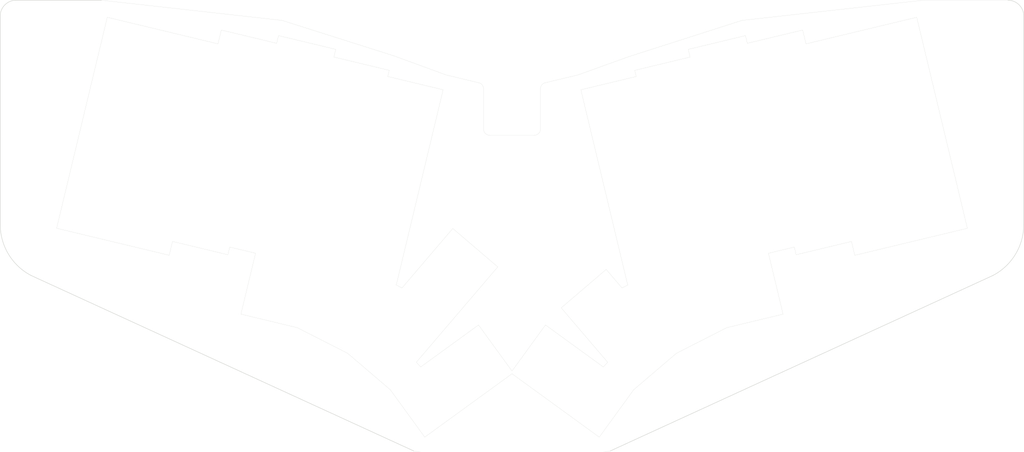
<source format=kicad_pcb>
(kicad_pcb (version 20171130) (host pcbnew 5.1.10-88a1d61d58~88~ubuntu18.04.1)

  (general
    (thickness 1.6)
    (drawings 132)
    (tracks 0)
    (zones 0)
    (modules 76)
    (nets 1)
  )

  (page A4)
  (layers
    (0 F.Cu signal)
    (31 B.Cu signal)
    (32 B.Adhes user)
    (33 F.Adhes user)
    (34 B.Paste user)
    (35 F.Paste user)
    (36 B.SilkS user)
    (37 F.SilkS user)
    (38 B.Mask user hide)
    (39 F.Mask user)
    (40 Dwgs.User user)
    (41 Cmts.User user)
    (42 Eco1.User user)
    (43 Eco2.User user hide)
    (44 Edge.Cuts user)
    (45 Margin user)
    (46 B.CrtYd user)
    (47 F.CrtYd user)
    (48 B.Fab user)
    (49 F.Fab user)
  )

  (setup
    (last_trace_width 0.25)
    (trace_clearance 0.2)
    (zone_clearance 0.508)
    (zone_45_only no)
    (trace_min 0.2)
    (via_size 0.8)
    (via_drill 0.4)
    (via_min_size 0.4)
    (via_min_drill 0.3)
    (uvia_size 0.3)
    (uvia_drill 0.1)
    (uvias_allowed no)
    (uvia_min_size 0.2)
    (uvia_min_drill 0.1)
    (edge_width 0.05)
    (segment_width 0.2)
    (pcb_text_width 0.3)
    (pcb_text_size 1.5 1.5)
    (mod_edge_width 0.12)
    (mod_text_size 1 1)
    (mod_text_width 0.15)
    (pad_size 1.524 1.524)
    (pad_drill 0.762)
    (pad_to_mask_clearance 0)
    (aux_axis_origin 0 0)
    (visible_elements FFFFFF7F)
    (pcbplotparams
      (layerselection 0x010fc_ffffffff)
      (usegerberextensions false)
      (usegerberattributes true)
      (usegerberadvancedattributes true)
      (creategerberjobfile true)
      (excludeedgelayer true)
      (linewidth 0.100000)
      (plotframeref false)
      (viasonmask false)
      (mode 1)
      (useauxorigin false)
      (hpglpennumber 1)
      (hpglpenspeed 20)
      (hpglpendiameter 15.000000)
      (psnegative false)
      (psa4output false)
      (plotreference true)
      (plotvalue true)
      (plotinvisibletext false)
      (padsonsilk false)
      (subtractmaskfromsilk false)
      (outputformat 1)
      (mirror false)
      (drillshape 1)
      (scaleselection 1)
      (outputdirectory ""))
  )

  (net 0 "")

  (net_class Default "This is the default net class."
    (clearance 0.2)
    (trace_width 0.25)
    (via_dia 0.8)
    (via_drill 0.4)
    (uvia_dia 0.3)
    (uvia_drill 0.1)
  )

  (module MountingHole:MountingHole_2.2mm_M2 (layer F.Cu) (tedit 56D1B4CB) (tstamp 61635ED4)
    (at 101.6 46.5 180)
    (descr "Mounting Hole 2.2mm, no annular, M2")
    (tags "mounting hole 2.2mm no annular m2")
    (path /6155803C)
    (attr virtual)
    (fp_text reference H17 (at 0 -3.2) (layer F.SilkS) hide
      (effects (font (size 1 1) (thickness 0.15)))
    )
    (fp_text value MountingHole (at 0 3.2) (layer F.Fab) hide
      (effects (font (size 1 1) (thickness 0.15)))
    )
    (fp_circle (center 0 0) (end 2.45 0) (layer F.CrtYd) (width 0.05))
    (fp_circle (center 0 0) (end 2.2 0) (layer Cmts.User) (width 0.15))
    (fp_text user %R (at 0.3 0) (layer F.Fab) hide
      (effects (font (size 1 1) (thickness 0.15)))
    )
    (pad 1 np_thru_hole circle (at 0 0 180) (size 2.2 2.2) (drill 2.2) (layers *.Cu *.Mask))
  )

  (module MountingHole:MountingHole_2.2mm_M2 (layer F.Cu) (tedit 56D1B4CB) (tstamp 61635ECD)
    (at 146.1 -58.1 180)
    (descr "Mounting Hole 2.2mm, no annular, M2")
    (tags "mounting hole 2.2mm no annular m2")
    (path /6158B5F6)
    (attr virtual)
    (fp_text reference H12 (at 0 -3.2) (layer F.SilkS) hide
      (effects (font (size 1 1) (thickness 0.15)))
    )
    (fp_text value MountingHole (at 0 3.2) (layer F.Fab) hide
      (effects (font (size 1 1) (thickness 0.15)))
    )
    (fp_circle (center 0 0) (end 2.2 0) (layer Cmts.User) (width 0.15))
    (fp_circle (center 0 0) (end 2.45 0) (layer F.CrtYd) (width 0.05))
    (fp_text user %R (at 0.3 0) (layer F.Fab) hide
      (effects (font (size 1 1) (thickness 0.15)))
    )
    (pad 1 np_thru_hole circle (at 0 0 180) (size 2.2 2.2) (drill 2.2) (layers *.Cu *.Mask))
  )

  (module MountingHole:MountingHole_2.2mm_M2 (layer F.Cu) (tedit 56D1B4CB) (tstamp 61635EC6)
    (at 11.5 -26.1 180)
    (descr "Mounting Hole 2.2mm, no annular, M2")
    (tags "mounting hole 2.2mm no annular m2")
    (path /6155DE5B)
    (attr virtual)
    (fp_text reference H20 (at 0 -3.2) (layer F.SilkS) hide
      (effects (font (size 1 1) (thickness 0.15)))
    )
    (fp_text value MountingHole (at 0 3.2) (layer F.Fab) hide
      (effects (font (size 1 1) (thickness 0.15)))
    )
    (fp_circle (center 0 0) (end 2.2 0) (layer Cmts.User) (width 0.15))
    (fp_circle (center 0 0) (end 2.45 0) (layer F.CrtYd) (width 0.05))
    (fp_text user %R (at 0.3 0) (layer F.Fab) hide
      (effects (font (size 1 1) (thickness 0.15)))
    )
    (pad 1 np_thru_hole circle (at 0 0 180) (size 2.2 2.2) (drill 2.2) (layers *.Cu *.Mask))
  )

  (module MountingHole:MountingHole_2.2mm_M2 (layer F.Cu) (tedit 56D1B4CB) (tstamp 61635EBF)
    (at 144.1 27.1 180)
    (descr "Mounting Hole 2.2mm, no annular, M2")
    (tags "mounting hole 2.2mm no annular m2")
    (path /61591EB2)
    (attr virtual)
    (fp_text reference H3 (at 0 -3.2) (layer F.SilkS) hide
      (effects (font (size 1 1) (thickness 0.15)))
    )
    (fp_text value MountingHole (at 0 3.2) (layer F.Fab) hide
      (effects (font (size 1 1) (thickness 0.15)))
    )
    (fp_circle (center 0 0) (end 2.2 0) (layer Cmts.User) (width 0.15))
    (fp_circle (center 0 0) (end 2.45 0) (layer F.CrtYd) (width 0.05))
    (fp_text user %R (at 0.3 0) (layer F.Fab) hide
      (effects (font (size 1 1) (thickness 0.15)))
    )
    (pad 1 np_thru_hole circle (at 0 0 180) (size 2.2 2.2) (drill 2.2) (layers *.Cu *.Mask))
  )

  (module MountingHole:MountingHole_2.2mm_M2 (layer F.Cu) (tedit 56D1B4CB) (tstamp 61635EB7)
    (at 56.6 67.2 180)
    (descr "Mounting Hole 2.2mm, no annular, M2")
    (tags "mounting hole 2.2mm no annular m2")
    (path /6155803C)
    (attr virtual)
    (fp_text reference H17 (at 0 -3.2) (layer F.SilkS) hide
      (effects (font (size 1 1) (thickness 0.15)))
    )
    (fp_text value MountingHole (at 0 3.2) (layer F.Fab) hide
      (effects (font (size 1 1) (thickness 0.15)))
    )
    (fp_circle (center 0 0) (end 2.45 0) (layer F.CrtYd) (width 0.05))
    (fp_circle (center 0 0) (end 2.2 0) (layer Cmts.User) (width 0.15))
    (fp_text user %R (at 0.3 0) (layer F.Fab) hide
      (effects (font (size 1 1) (thickness 0.15)))
    )
    (pad 1 np_thru_hole circle (at 0 0 180) (size 2.2 2.2) (drill 2.2) (layers *.Cu *.Mask))
  )

  (module MountingHole:MountingHole_2.2mm_M2 (layer F.Cu) (tedit 56D1B4CB) (tstamp 61635EB0)
    (at 73.2 -51.9 180)
    (descr "Mounting Hole 2.2mm, no annular, M2")
    (tags "mounting hole 2.2mm no annular m2")
    (path /6154A57C)
    (attr virtual)
    (fp_text reference H8 (at 0 -3.2) (layer F.SilkS) hide
      (effects (font (size 1 1) (thickness 0.15)))
    )
    (fp_text value MountingHole (at 0 3.2) (layer F.Fab) hide
      (effects (font (size 1 1) (thickness 0.15)))
    )
    (fp_circle (center 0 0) (end 2.2 0) (layer Cmts.User) (width 0.15))
    (fp_circle (center 0 0) (end 2.45 0) (layer F.CrtYd) (width 0.05))
    (fp_text user %R (at 0.3 0) (layer F.Fab) hide
      (effects (font (size 1 1) (thickness 0.15)))
    )
    (pad 1 np_thru_hole circle (at 0 0 180) (size 2.2 2.2) (drill 2.2) (layers *.Cu *.Mask))
  )

  (module MountingHole:MountingHole_2.2mm_M2 (layer F.Cu) (tedit 56D1B4CB) (tstamp 61635EA9)
    (at 159.2 -17.9 180)
    (descr "Mounting Hole 2.2mm, no annular, M2")
    (tags "mounting hole 2.2mm no annular m2")
    (path /61591ECA)
    (attr virtual)
    (fp_text reference H16 (at 0 -3.2) (layer F.SilkS) hide
      (effects (font (size 1 1) (thickness 0.15)))
    )
    (fp_text value MountingHole (at 0 3.2) (layer F.Fab) hide
      (effects (font (size 1 1) (thickness 0.15)))
    )
    (fp_circle (center 0 0) (end 2.2 0) (layer Cmts.User) (width 0.15))
    (fp_circle (center 0 0) (end 2.45 0) (layer F.CrtYd) (width 0.05))
    (fp_text user %R (at 0.3 0) (layer F.Fab) hide
      (effects (font (size 1 1) (thickness 0.15)))
    )
    (pad 1 np_thru_hole circle (at 0 0 180) (size 2.2 2.2) (drill 2.2) (layers *.Cu *.Mask))
  )

  (module MountingHole:MountingHole_2.2mm_M2 (layer F.Cu) (tedit 56D1B4CB) (tstamp 61635D92)
    (at -101.6 46.5)
    (descr "Mounting Hole 2.2mm, no annular, M2")
    (tags "mounting hole 2.2mm no annular m2")
    (path /6155803C)
    (attr virtual)
    (fp_text reference H17 (at 0 -3.2) (layer F.SilkS) hide
      (effects (font (size 1 1) (thickness 0.15)))
    )
    (fp_text value MountingHole (at 0 3.2) (layer F.Fab) hide
      (effects (font (size 1 1) (thickness 0.15)))
    )
    (fp_circle (center 0 0) (end 2.45 0) (layer F.CrtYd) (width 0.05))
    (fp_circle (center 0 0) (end 2.2 0) (layer Cmts.User) (width 0.15))
    (fp_text user %R (at 0.3 0) (layer F.Fab) hide
      (effects (font (size 1 1) (thickness 0.15)))
    )
    (pad 1 np_thru_hole circle (at 0 0) (size 2.2 2.2) (drill 2.2) (layers *.Cu *.Mask))
  )

  (module MountingHole:MountingHole_2.2mm_M2 (layer F.Cu) (tedit 56D1B4CB) (tstamp 6161E17E)
    (at -73.2 -51.9)
    (descr "Mounting Hole 2.2mm, no annular, M2")
    (tags "mounting hole 2.2mm no annular m2")
    (path /6154A57C)
    (attr virtual)
    (fp_text reference H8 (at 0 -3.2) (layer F.SilkS) hide
      (effects (font (size 1 1) (thickness 0.15)))
    )
    (fp_text value MountingHole (at 0 3.2) (layer F.Fab) hide
      (effects (font (size 1 1) (thickness 0.15)))
    )
    (fp_circle (center 0 0) (end 2.2 0) (layer Cmts.User) (width 0.15))
    (fp_circle (center 0 0) (end 2.45 0) (layer F.CrtYd) (width 0.05))
    (fp_text user %R (at 0.3 0) (layer F.Fab) hide
      (effects (font (size 1 1) (thickness 0.15)))
    )
    (pad 1 np_thru_hole circle (at 0 0) (size 2.2 2.2) (drill 2.2) (layers *.Cu *.Mask))
  )

  (module MountingHole:MountingHole_2.2mm_M2 (layer F.Cu) (tedit 56D1B4CB) (tstamp 6161E00D)
    (at -11.5 -26.1)
    (descr "Mounting Hole 2.2mm, no annular, M2")
    (tags "mounting hole 2.2mm no annular m2")
    (path /6155DE5B)
    (attr virtual)
    (fp_text reference H20 (at 0 -3.2) (layer F.SilkS) hide
      (effects (font (size 1 1) (thickness 0.15)))
    )
    (fp_text value MountingHole (at 0 3.2) (layer F.Fab) hide
      (effects (font (size 1 1) (thickness 0.15)))
    )
    (fp_circle (center 0 0) (end 2.2 0) (layer Cmts.User) (width 0.15))
    (fp_circle (center 0 0) (end 2.45 0) (layer F.CrtYd) (width 0.05))
    (fp_text user %R (at 0.3 0) (layer F.Fab) hide
      (effects (font (size 1 1) (thickness 0.15)))
    )
    (pad 1 np_thru_hole circle (at 0 0) (size 2.2 2.2) (drill 2.2) (layers *.Cu *.Mask))
  )

  (module footprints:Switch_Hole (layer F.Cu) (tedit 615E2804) (tstamp 6161DACA)
    (at 28.392637 37.207859 40.5)
    (path /6153B5EB)
    (fp_text reference SW26 (at 0.000001 -8.255 40.5) (layer F.SilkS) hide
      (effects (font (size 1 1) (thickness 0.15)))
    )
    (fp_text value SW_Push (at 0 8.25 40.5) (layer F.Fab) hide
      (effects (font (size 1 1) (thickness 0.15)))
    )
    (fp_line (start -8.75 8.25) (end -8.75 -8.25) (layer Eco1.User) (width 0.12))
    (fp_line (start 8.75 8.25) (end -8.75 8.25) (layer Eco1.User) (width 0.12))
    (fp_line (start 8.75 -8.25) (end 8.75 8.25) (layer Eco1.User) (width 0.12))
    (fp_line (start -8.75 -8.25) (end 8.75 -8.25) (layer Eco1.User) (width 0.12))
    (fp_line (start -9 -8.5) (end 9 -8.5) (layer Cmts.User) (width 0.12))
    (fp_line (start 9 -8.5) (end 9 8.5) (layer Cmts.User) (width 0.12))
    (fp_line (start 9 8.5) (end -9 8.5) (layer Cmts.User) (width 0.12))
    (fp_line (start -9 8.5) (end -9 -8.5) (layer Cmts.User) (width 0.12))
    (fp_text user %R (at 3 -5 220.5) (layer B.Fab) hide
      (effects (font (size 1 1) (thickness 0.15)) (justify mirror))
    )
    (fp_text user %V (at 2.54 -0.635 40.5) (layer B.Fab) hide
      (effects (font (size 1 1) (thickness 0.15)) (justify mirror))
    )
  )

  (module footprints:Switch_Hole (layer F.Cu) (tedit 615E2804) (tstamp 6161D9B7)
    (at -17.346124 24.276403 319.5)
    (path /615A9AC4)
    (fp_text reference ENC2 (at 0 0.5 319.5) (layer F.SilkS) hide
      (effects (font (size 1 1) (thickness 0.15)))
    )
    (fp_text value "Switch Hole" (at 0 -0.5 319.5) (layer F.Fab)
      (effects (font (size 1 1) (thickness 0.15)))
    )
    (fp_line (start -8.75 8.25) (end -8.75 -8.25) (layer Eco1.User) (width 0.12))
    (fp_line (start 8.75 8.25) (end -8.75 8.25) (layer Eco1.User) (width 0.12))
    (fp_line (start 8.75 -8.25) (end 8.75 8.25) (layer Eco1.User) (width 0.12))
    (fp_line (start -8.75 -8.25) (end 8.75 -8.25) (layer Eco1.User) (width 0.12))
    (fp_line (start -9 -8.5) (end 9 -8.5) (layer Cmts.User) (width 0.12))
    (fp_line (start 9 -8.5) (end 9 8.5) (layer Cmts.User) (width 0.12))
    (fp_line (start 9 8.5) (end -9 8.5) (layer Cmts.User) (width 0.12))
    (fp_line (start -9 8.5) (end -9 -8.5) (layer Cmts.User) (width 0.12))
  )

  (module footprints:Switch_Hole (layer F.Cu) (tedit 615E2804) (tstamp 6161DB90)
    (at 36.834187 -9.439497 13.5)
    (path /6153B5F8)
    (fp_text reference SW27 (at 0.000001 -8.255 13.5) (layer F.SilkS) hide
      (effects (font (size 1 1) (thickness 0.15)))
    )
    (fp_text value SW_Push (at 0 8.25 13.5) (layer F.Fab) hide
      (effects (font (size 1 1) (thickness 0.15)))
    )
    (fp_line (start -8.75 8.25) (end -8.75 -8.25) (layer Eco1.User) (width 0.12))
    (fp_line (start 8.75 8.25) (end -8.75 8.25) (layer Eco1.User) (width 0.12))
    (fp_line (start 8.75 -8.25) (end 8.75 8.25) (layer Eco1.User) (width 0.12))
    (fp_line (start -8.75 -8.25) (end 8.75 -8.25) (layer Eco1.User) (width 0.12))
    (fp_line (start -9 -8.5) (end 9 -8.5) (layer Cmts.User) (width 0.12))
    (fp_line (start 9 -8.5) (end 9 8.5) (layer Cmts.User) (width 0.12))
    (fp_line (start 9 8.5) (end -9 8.5) (layer Cmts.User) (width 0.12))
    (fp_line (start -9 8.5) (end -9 -8.5) (layer Cmts.User) (width 0.12))
    (fp_text user %R (at 3 -5 193.5) (layer B.Fab) hide
      (effects (font (size 1 1) (thickness 0.15)) (justify mirror))
    )
    (fp_text user %V (at 2.54 -0.635 13.5) (layer B.Fab) hide
      (effects (font (size 1 1) (thickness 0.15)) (justify mirror))
    )
  )

  (module footprints:Switch_Hole (layer F.Cu) (tedit 615E2804) (tstamp 6161DBE1)
    (at 70.789016 -22.219185 13.5)
    (path /619F3044)
    (fp_text reference SW28 (at 0.000001 -8.255 13.5) (layer F.SilkS) hide
      (effects (font (size 1 1) (thickness 0.15)))
    )
    (fp_text value SW_Push (at 0 8.25 13.5) (layer F.Fab) hide
      (effects (font (size 1 1) (thickness 0.15)))
    )
    (fp_line (start -8.75 8.25) (end -8.75 -8.25) (layer Eco1.User) (width 0.12))
    (fp_line (start 8.75 8.25) (end -8.75 8.25) (layer Eco1.User) (width 0.12))
    (fp_line (start 8.75 -8.25) (end 8.75 8.25) (layer Eco1.User) (width 0.12))
    (fp_line (start -8.75 -8.25) (end 8.75 -8.25) (layer Eco1.User) (width 0.12))
    (fp_line (start -9 -8.5) (end 9 -8.5) (layer Cmts.User) (width 0.12))
    (fp_line (start 9 -8.5) (end 9 8.5) (layer Cmts.User) (width 0.12))
    (fp_line (start 9 8.5) (end -9 8.5) (layer Cmts.User) (width 0.12))
    (fp_line (start -9 8.5) (end -9 -8.5) (layer Cmts.User) (width 0.12))
    (fp_text user %R (at 3 -5 193.5) (layer B.Fab)
      (effects (font (size 1 1) (thickness 0.15)) (justify mirror))
    )
    (fp_text user %V (at 2.54 -0.635 13.5) (layer B.Fab) hide
      (effects (font (size 1 1) (thickness 0.15)) (justify mirror))
    )
  )

  (module footprints:Switch_Hole (layer F.Cu) (tedit 615E2804) (tstamp 6161DA28)
    (at 107.428452 -23.816641 13.5)
    (path /619F3052)
    (fp_text reference SW29 (at 0.000001 -8.255 13.5) (layer F.SilkS) hide
      (effects (font (size 1 1) (thickness 0.15)))
    )
    (fp_text value SW_Push (at 0 8.25 13.5) (layer F.Fab) hide
      (effects (font (size 1 1) (thickness 0.15)))
    )
    (fp_line (start -8.75 8.25) (end -8.75 -8.25) (layer Eco1.User) (width 0.12))
    (fp_line (start 8.75 8.25) (end -8.75 8.25) (layer Eco1.User) (width 0.12))
    (fp_line (start 8.75 -8.25) (end 8.75 8.25) (layer Eco1.User) (width 0.12))
    (fp_line (start -8.75 -8.25) (end 8.75 -8.25) (layer Eco1.User) (width 0.12))
    (fp_line (start -9 -8.5) (end 9 -8.5) (layer Cmts.User) (width 0.12))
    (fp_line (start 9 -8.5) (end 9 8.5) (layer Cmts.User) (width 0.12))
    (fp_line (start 9 8.5) (end -9 8.5) (layer Cmts.User) (width 0.12))
    (fp_line (start -9 8.5) (end -9 -8.5) (layer Cmts.User) (width 0.12))
    (fp_text user %R (at 3 -5 193.5) (layer B.Fab)
      (effects (font (size 1 1) (thickness 0.15)) (justify mirror))
    )
    (fp_text user %V (at 2.54 -0.635 13.5) (layer B.Fab) hide
      (effects (font (size 1 1) (thickness 0.15)) (justify mirror))
    )
  )

  (module footprints:Switch_Hole (layer F.Cu) (tedit 615E2804) (tstamp 6161E24A)
    (at -128.893792 -11.492928 346.5)
    (path /6154EE77)
    (fp_text reference SW30 (at -0.000001 -8.255 166.5) (layer F.SilkS) hide
      (effects (font (size 1 1) (thickness 0.15)))
    )
    (fp_text value SW_Push (at 0 8.25 166.5) (layer F.Fab) hide
      (effects (font (size 1 1) (thickness 0.15)))
    )
    (fp_line (start -8.75 8.25) (end -8.75 -8.25) (layer Eco1.User) (width 0.12))
    (fp_line (start 8.75 8.25) (end -8.75 8.25) (layer Eco1.User) (width 0.12))
    (fp_line (start 8.75 -8.25) (end 8.75 8.25) (layer Eco1.User) (width 0.12))
    (fp_line (start -8.75 -8.25) (end 8.75 -8.25) (layer Eco1.User) (width 0.12))
    (fp_line (start -9 -8.5) (end 9 -8.5) (layer Cmts.User) (width 0.12))
    (fp_line (start 9 -8.5) (end 9 8.5) (layer Cmts.User) (width 0.12))
    (fp_line (start 9 8.5) (end -9 8.5) (layer Cmts.User) (width 0.12))
    (fp_line (start -9 8.5) (end -9 -8.5) (layer Cmts.User) (width 0.12))
    (fp_text user %R (at 3 -5 346.5) (layer B.Fab)
      (effects (font (size 1 1) (thickness 0.15)) (justify mirror))
    )
    (fp_text user %V (at 2.54 -0.635 166.5) (layer B.Fab) hide
      (effects (font (size 1 1) (thickness 0.15)) (justify mirror))
    )
  )

  (module footprints:Switch_Hole (layer F.Cu) (tedit 615E2804) (tstamp 6161D9DA)
    (at -92.837969 -7.464547 346.5)
    (path /61530C37)
    (fp_text reference SW31 (at -0.000001 -8.255 166.5) (layer F.SilkS) hide
      (effects (font (size 1 1) (thickness 0.15)))
    )
    (fp_text value SW_Push (at 0 8.25 166.5) (layer F.Fab) hide
      (effects (font (size 1 1) (thickness 0.15)))
    )
    (fp_line (start -8.75 8.25) (end -8.75 -8.25) (layer Eco1.User) (width 0.12))
    (fp_line (start 8.75 8.25) (end -8.75 8.25) (layer Eco1.User) (width 0.12))
    (fp_line (start 8.75 -8.25) (end 8.75 8.25) (layer Eco1.User) (width 0.12))
    (fp_line (start -8.75 -8.25) (end 8.75 -8.25) (layer Eco1.User) (width 0.12))
    (fp_line (start -9 -8.5) (end 9 -8.5) (layer Cmts.User) (width 0.12))
    (fp_line (start 9 -8.5) (end 9 8.5) (layer Cmts.User) (width 0.12))
    (fp_line (start 9 8.5) (end -9 8.5) (layer Cmts.User) (width 0.12))
    (fp_line (start -9 8.5) (end -9 -8.5) (layer Cmts.User) (width 0.12))
    (fp_text user %R (at 3 -5 346.5) (layer B.Fab)
      (effects (font (size 1 1) (thickness 0.15)) (justify mirror))
    )
    (fp_text user %V (at 2.54 -0.635 166.5) (layer B.Fab) hide
      (effects (font (size 1 1) (thickness 0.15)) (justify mirror))
    )
  )

  (module footprints:Switch_Hole (layer F.Cu) (tedit 615E2804) (tstamp 6161DB42)
    (at -57.832642 0.939472 346.5)
    (path /6154EE95)
    (fp_text reference SW32 (at -0.000001 -8.255 166.5) (layer F.SilkS) hide
      (effects (font (size 1 1) (thickness 0.15)))
    )
    (fp_text value SW_Push (at 0 8.25 166.5) (layer F.Fab) hide
      (effects (font (size 1 1) (thickness 0.15)))
    )
    (fp_line (start -8.75 8.25) (end -8.75 -8.25) (layer Eco1.User) (width 0.12))
    (fp_line (start 8.75 8.25) (end -8.75 8.25) (layer Eco1.User) (width 0.12))
    (fp_line (start 8.75 -8.25) (end 8.75 8.25) (layer Eco1.User) (width 0.12))
    (fp_line (start -8.75 -8.25) (end 8.75 -8.25) (layer Eco1.User) (width 0.12))
    (fp_line (start -9 -8.5) (end 9 -8.5) (layer Cmts.User) (width 0.12))
    (fp_line (start 9 -8.5) (end 9 8.5) (layer Cmts.User) (width 0.12))
    (fp_line (start 9 8.5) (end -9 8.5) (layer Cmts.User) (width 0.12))
    (fp_line (start -9 8.5) (end -9 -8.5) (layer Cmts.User) (width 0.12))
    (fp_text user %R (at 3 -5 346.5) (layer B.Fab)
      (effects (font (size 1 1) (thickness 0.15)) (justify mirror))
    )
    (fp_text user %V (at 2.54 -0.635 166.5) (layer B.Fab) hide
      (effects (font (size 1 1) (thickness 0.15)) (justify mirror))
    )
  )

  (module footprints:Switch_Hole (layer F.Cu) (tedit 615E2804) (tstamp 6161DA01)
    (at -25.935271 64.721954 306)
    (path /6154EEA4)
    (fp_text reference SW33 (at -0.000001 -8.255 126) (layer F.SilkS) hide
      (effects (font (size 1 1) (thickness 0.15)))
    )
    (fp_text value SW_Push (at 0 8.25 126) (layer F.Fab) hide
      (effects (font (size 1 1) (thickness 0.15)))
    )
    (fp_line (start -8.75 8.25) (end -8.75 -8.25) (layer Eco1.User) (width 0.12))
    (fp_line (start 8.75 8.25) (end -8.75 8.25) (layer Eco1.User) (width 0.12))
    (fp_line (start 8.75 -8.25) (end 8.75 8.25) (layer Eco1.User) (width 0.12))
    (fp_line (start -8.75 -8.25) (end 8.75 -8.25) (layer Eco1.User) (width 0.12))
    (fp_line (start -9 -8.5) (end 9 -8.5) (layer Cmts.User) (width 0.12))
    (fp_line (start 9 -8.5) (end 9 8.5) (layer Cmts.User) (width 0.12))
    (fp_line (start 9 8.5) (end -9 8.5) (layer Cmts.User) (width 0.12))
    (fp_line (start -9 8.5) (end -9 -8.5) (layer Cmts.User) (width 0.12))
    (fp_text user %R (at 3 -5.000001 306) (layer B.Fab)
      (effects (font (size 1 1) (thickness 0.15)) (justify mirror))
    )
    (fp_text user %V (at 2.54 -0.635 126) (layer B.Fab) hide
      (effects (font (size 1 1) (thickness 0.15)) (justify mirror))
    )
  )

  (module footprints:Switch_Hole (layer F.Cu) (tedit 615E2804) (tstamp 6161DCE0)
    (at -49.895497 -32.121105 346.5)
    (path /6150471E)
    (fp_text reference SW3 (at -0.000001 -8.255 166.5) (layer F.SilkS) hide
      (effects (font (size 1 1) (thickness 0.15)))
    )
    (fp_text value SW_Push (at 0 8.25 166.5) (layer F.Fab) hide
      (effects (font (size 1 1) (thickness 0.15)))
    )
    (fp_line (start -8.75 8.25) (end -8.75 -8.25) (layer Eco1.User) (width 0.12))
    (fp_line (start 8.75 8.25) (end -8.75 8.25) (layer Eco1.User) (width 0.12))
    (fp_line (start 8.75 -8.25) (end 8.75 8.25) (layer Eco1.User) (width 0.12))
    (fp_line (start -8.75 -8.25) (end 8.75 -8.25) (layer Eco1.User) (width 0.12))
    (fp_line (start -9 -8.5) (end 9 -8.5) (layer Cmts.User) (width 0.12))
    (fp_line (start 9 -8.5) (end 9 8.5) (layer Cmts.User) (width 0.12))
    (fp_line (start 9 8.5) (end -9 8.5) (layer Cmts.User) (width 0.12))
    (fp_line (start -9 8.5) (end -9 -8.5) (layer Cmts.User) (width 0.12))
    (fp_text user %R (at 3 -5 346.5) (layer B.Fab)
      (effects (font (size 1 1) (thickness 0.15)) (justify mirror))
    )
    (fp_text user %V (at 2.54 -0.635 166.5) (layer B.Fab) hide
      (effects (font (size 1 1) (thickness 0.15)) (justify mirror))
    )
  )

  (module footprints:Switch_Hole (layer F.Cu) (tedit 615E2804) (tstamp 6161DE78)
    (at 25.941167 64.726519 54)
    (path /6154EEB1)
    (fp_text reference SW34 (at 0 -8.255001 54) (layer F.SilkS) hide
      (effects (font (size 1 1) (thickness 0.15)))
    )
    (fp_text value SW_Push (at 0 8.25 54) (layer F.Fab) hide
      (effects (font (size 1 1) (thickness 0.15)))
    )
    (fp_line (start -8.75 8.25) (end -8.75 -8.25) (layer Eco1.User) (width 0.12))
    (fp_line (start 8.75 8.25) (end -8.75 8.25) (layer Eco1.User) (width 0.12))
    (fp_line (start 8.75 -8.25) (end 8.75 8.25) (layer Eco1.User) (width 0.12))
    (fp_line (start -8.75 -8.25) (end 8.75 -8.25) (layer Eco1.User) (width 0.12))
    (fp_line (start -9 -8.5) (end 9 -8.5) (layer Cmts.User) (width 0.12))
    (fp_line (start 9 -8.5) (end 9 8.5) (layer Cmts.User) (width 0.12))
    (fp_line (start 9 8.5) (end -9 8.5) (layer Cmts.User) (width 0.12))
    (fp_line (start -9 8.5) (end -9 -8.5) (layer Cmts.User) (width 0.12))
    (fp_text user %R (at 3 -5 234) (layer B.Fab)
      (effects (font (size 1 1) (thickness 0.15)) (justify mirror))
    )
    (fp_text user %V (at 2.540001 -0.635 54) (layer B.Fab) hide
      (effects (font (size 1 1) (thickness 0.15)) (justify mirror))
    )
  )

  (module footprints:Switch_Hole (layer F.Cu) (tedit 615E2804) (tstamp 6161DD07)
    (at 57.838534 0.944038 13.5)
    (path /6154EEBE)
    (fp_text reference SW35 (at 0.000001 -8.255 13.5) (layer F.SilkS) hide
      (effects (font (size 1 1) (thickness 0.15)))
    )
    (fp_text value SW_Push (at 0 8.25 13.5) (layer F.Fab) hide
      (effects (font (size 1 1) (thickness 0.15)))
    )
    (fp_line (start -8.75 8.25) (end -8.75 -8.25) (layer Eco1.User) (width 0.12))
    (fp_line (start 8.75 8.25) (end -8.75 8.25) (layer Eco1.User) (width 0.12))
    (fp_line (start 8.75 -8.25) (end 8.75 8.25) (layer Eco1.User) (width 0.12))
    (fp_line (start -8.75 -8.25) (end 8.75 -8.25) (layer Eco1.User) (width 0.12))
    (fp_line (start -9 -8.5) (end 9 -8.5) (layer Cmts.User) (width 0.12))
    (fp_line (start 9 -8.5) (end 9 8.5) (layer Cmts.User) (width 0.12))
    (fp_line (start 9 8.5) (end -9 8.5) (layer Cmts.User) (width 0.12))
    (fp_line (start -9 8.5) (end -9 -8.5) (layer Cmts.User) (width 0.12))
    (fp_text user %R (at 3 -5 193.5) (layer B.Fab)
      (effects (font (size 1 1) (thickness 0.15)) (justify mirror))
    )
    (fp_text user %V (at 2.54 -0.635 13.5) (layer B.Fab) hide
      (effects (font (size 1 1) (thickness 0.15)) (justify mirror))
    )
  )

  (module footprints:Switch_Hole (layer F.Cu) (tedit 615E2804) (tstamp 6161DB69)
    (at 92.843867 -7.459992 13.5)
    (path /619F3129)
    (fp_text reference SW36 (at 0.000001 -8.255 13.5) (layer F.SilkS) hide
      (effects (font (size 1 1) (thickness 0.15)))
    )
    (fp_text value SW_Push (at 0 8.25 13.5) (layer F.Fab) hide
      (effects (font (size 1 1) (thickness 0.15)))
    )
    (fp_line (start -8.75 8.25) (end -8.75 -8.25) (layer Eco1.User) (width 0.12))
    (fp_line (start 8.75 8.25) (end -8.75 8.25) (layer Eco1.User) (width 0.12))
    (fp_line (start 8.75 -8.25) (end 8.75 8.25) (layer Eco1.User) (width 0.12))
    (fp_line (start -8.75 -8.25) (end 8.75 -8.25) (layer Eco1.User) (width 0.12))
    (fp_line (start -9 -8.5) (end 9 -8.5) (layer Cmts.User) (width 0.12))
    (fp_line (start 9 -8.5) (end 9 8.5) (layer Cmts.User) (width 0.12))
    (fp_line (start 9 8.5) (end -9 8.5) (layer Cmts.User) (width 0.12))
    (fp_line (start -9 8.5) (end -9 -8.5) (layer Cmts.User) (width 0.12))
    (fp_text user %R (at 3 -5 193.5) (layer B.Fab)
      (effects (font (size 1 1) (thickness 0.15)) (justify mirror))
    )
    (fp_text user %V (at 2.54 -0.635 13.5) (layer B.Fab) hide
      (effects (font (size 1 1) (thickness 0.15)) (justify mirror))
    )
  )

  (module footprints:Switch_Hole (layer F.Cu) (tedit 615E2804) (tstamp 6161E358)
    (at 128.899665 -11.488355 13.5)
    (path /619F3094)
    (fp_text reference SW37 (at 0.000001 -8.255 13.5) (layer F.SilkS) hide
      (effects (font (size 1 1) (thickness 0.15)))
    )
    (fp_text value SW_Push (at 0 8.25 13.5) (layer F.Fab) hide
      (effects (font (size 1 1) (thickness 0.15)))
    )
    (fp_line (start -8.75 8.25) (end -8.75 -8.25) (layer Eco1.User) (width 0.12))
    (fp_line (start 8.75 8.25) (end -8.75 8.25) (layer Eco1.User) (width 0.12))
    (fp_line (start 8.75 -8.25) (end 8.75 8.25) (layer Eco1.User) (width 0.12))
    (fp_line (start -8.75 -8.25) (end 8.75 -8.25) (layer Eco1.User) (width 0.12))
    (fp_line (start -9 -8.5) (end 9 -8.5) (layer Cmts.User) (width 0.12))
    (fp_line (start 9 -8.5) (end 9 8.5) (layer Cmts.User) (width 0.12))
    (fp_line (start 9 8.5) (end -9 8.5) (layer Cmts.User) (width 0.12))
    (fp_line (start -9 8.5) (end -9 -8.5) (layer Cmts.User) (width 0.12))
    (fp_text user %R (at 3 -5 193.5) (layer B.Fab)
      (effects (font (size 1 1) (thickness 0.15)) (justify mirror))
    )
    (fp_text user %V (at 2.54 -0.635 13.5) (layer B.Fab) hide
      (effects (font (size 1 1) (thickness 0.15)) (justify mirror))
    )
  )

  (module footprints:Switch_Hole (layer F.Cu) (tedit 615E2804) (tstamp 6161D91D)
    (at -111.391098 -7.290908 346.5)
    (path /61662475)
    (fp_text reference SW38 (at -0.000001 -8.255 166.5) (layer F.SilkS) hide
      (effects (font (size 1 1) (thickness 0.15)))
    )
    (fp_text value SW_Push (at 0 8.25 166.5) (layer F.Fab) hide
      (effects (font (size 1 1) (thickness 0.15)))
    )
    (fp_line (start -8.75 8.25) (end -8.75 -8.25) (layer Eco1.User) (width 0.12))
    (fp_line (start 8.75 8.25) (end -8.75 8.25) (layer Eco1.User) (width 0.12))
    (fp_line (start 8.75 -8.25) (end 8.75 8.25) (layer Eco1.User) (width 0.12))
    (fp_line (start -8.75 -8.25) (end 8.75 -8.25) (layer Eco1.User) (width 0.12))
    (fp_line (start -9 -8.5) (end 9 -8.5) (layer Cmts.User) (width 0.12))
    (fp_line (start 9 -8.5) (end 9 8.5) (layer Cmts.User) (width 0.12))
    (fp_line (start 9 8.5) (end -9 8.5) (layer Cmts.User) (width 0.12))
    (fp_line (start -9 8.5) (end -9 -8.5) (layer Cmts.User) (width 0.12))
    (fp_text user %R (at 3 -5 346.5) (layer B.Fab)
      (effects (font (size 1 1) (thickness 0.15)) (justify mirror))
    )
    (fp_text user %V (at 2.54 -0.635 166.5) (layer B.Fab) hide
      (effects (font (size 1 1) (thickness 0.15)) (justify mirror))
    )
  )

  (module footprints:Switch_Hole (layer F.Cu) (tedit 615E2804) (tstamp 6161D8F6)
    (at -74.751675 -5.693469 346.5)
    (path /616624BE)
    (fp_text reference SW39 (at -0.000001 -8.255 166.5) (layer F.SilkS) hide
      (effects (font (size 1 1) (thickness 0.15)))
    )
    (fp_text value SW_Push (at 0 8.25 166.5) (layer F.Fab) hide
      (effects (font (size 1 1) (thickness 0.15)))
    )
    (fp_line (start -8.75 8.25) (end -8.75 -8.25) (layer Eco1.User) (width 0.12))
    (fp_line (start 8.75 8.25) (end -8.75 8.25) (layer Eco1.User) (width 0.12))
    (fp_line (start 8.75 -8.25) (end 8.75 8.25) (layer Eco1.User) (width 0.12))
    (fp_line (start -8.75 -8.25) (end 8.75 -8.25) (layer Eco1.User) (width 0.12))
    (fp_line (start -9 -8.5) (end 9 -8.5) (layer Cmts.User) (width 0.12))
    (fp_line (start 9 -8.5) (end 9 8.5) (layer Cmts.User) (width 0.12))
    (fp_line (start 9 8.5) (end -9 8.5) (layer Cmts.User) (width 0.12))
    (fp_line (start -9 8.5) (end -9 -8.5) (layer Cmts.User) (width 0.12))
    (fp_text user %R (at 3 -5 346.5) (layer B.Fab)
      (effects (font (size 1 1) (thickness 0.15)) (justify mirror))
    )
    (fp_text user %V (at 2.54 -0.635 166.5) (layer B.Fab) hide
      (effects (font (size 1 1) (thickness 0.15)) (justify mirror))
    )
  )

  (module footprints:Switch_Hole (layer F.Cu) (tedit 615E2804) (tstamp 6161DA52)
    (at -40.796883 7.086225 346.5)
    (path /61662484)
    (fp_text reference SW40 (at -0.000001 -8.255 166.5) (layer F.SilkS) hide
      (effects (font (size 1 1) (thickness 0.15)))
    )
    (fp_text value SW_Push (at 0 8.25 166.5) (layer F.Fab) hide
      (effects (font (size 1 1) (thickness 0.15)))
    )
    (fp_line (start -8.75 8.25) (end -8.75 -8.25) (layer Eco1.User) (width 0.12))
    (fp_line (start 8.75 8.25) (end -8.75 8.25) (layer Eco1.User) (width 0.12))
    (fp_line (start 8.75 -8.25) (end 8.75 8.25) (layer Eco1.User) (width 0.12))
    (fp_line (start -8.75 -8.25) (end 8.75 -8.25) (layer Eco1.User) (width 0.12))
    (fp_line (start -9 -8.5) (end 9 -8.5) (layer Cmts.User) (width 0.12))
    (fp_line (start 9 -8.5) (end 9 8.5) (layer Cmts.User) (width 0.12))
    (fp_line (start 9 8.5) (end -9 8.5) (layer Cmts.User) (width 0.12))
    (fp_line (start -9 8.5) (end -9 -8.5) (layer Cmts.User) (width 0.12))
    (fp_text user %R (at 3 -5 346.5) (layer B.Fab)
      (effects (font (size 1 1) (thickness 0.15)) (justify mirror))
    )
    (fp_text user %V (at 2.54 -0.635 166.5) (layer B.Fab) hide
      (effects (font (size 1 1) (thickness 0.15)) (justify mirror))
    )
  )

  (module footprints:Switch_Hole (layer F.Cu) (tedit 615E2804) (tstamp 6161E127)
    (at -39.427353 50.130194 319.5)
    (path /6166248A)
    (fp_text reference SW41 (at 0 -8.255 139.5) (layer F.SilkS) hide
      (effects (font (size 1 1) (thickness 0.15)))
    )
    (fp_text value SW_Push (at 0 8.25 139.5) (layer F.Fab) hide
      (effects (font (size 1 1) (thickness 0.15)))
    )
    (fp_line (start -8.75 8.25) (end -8.75 -8.25) (layer Eco1.User) (width 0.12))
    (fp_line (start 8.75 8.25) (end -8.75 8.25) (layer Eco1.User) (width 0.12))
    (fp_line (start 8.75 -8.25) (end 8.75 8.25) (layer Eco1.User) (width 0.12))
    (fp_line (start -8.75 -8.25) (end 8.75 -8.25) (layer Eco1.User) (width 0.12))
    (fp_line (start -9 -8.5) (end 9 -8.5) (layer Cmts.User) (width 0.12))
    (fp_line (start 9 -8.5) (end 9 8.5) (layer Cmts.User) (width 0.12))
    (fp_line (start 9 8.5) (end -9 8.5) (layer Cmts.User) (width 0.12))
    (fp_line (start -9 8.5) (end -9 -8.5) (layer Cmts.User) (width 0.12))
    (fp_text user %R (at 3 -5 319.5) (layer B.Fab)
      (effects (font (size 1 1) (thickness 0.15)) (justify mirror))
    )
    (fp_text user %V (at 2.54 -0.635 139.5) (layer B.Fab) hide
      (effects (font (size 1 1) (thickness 0.15)) (justify mirror))
    )
  )

  (module footprints:Switch_Hole (layer F.Cu) (tedit 615E2804) (tstamp 6161DE27)
    (at 39.433244 50.134737 40.5)
    (path /61662496)
    (fp_text reference SW42 (at 0.000001 -8.255 40.5) (layer F.SilkS) hide
      (effects (font (size 1 1) (thickness 0.15)))
    )
    (fp_text value SW_Push (at 0 8.25 40.5) (layer F.Fab) hide
      (effects (font (size 1 1) (thickness 0.15)))
    )
    (fp_line (start -8.75 8.25) (end -8.75 -8.25) (layer Eco1.User) (width 0.12))
    (fp_line (start 8.75 8.25) (end -8.75 8.25) (layer Eco1.User) (width 0.12))
    (fp_line (start 8.75 -8.25) (end 8.75 8.25) (layer Eco1.User) (width 0.12))
    (fp_line (start -8.75 -8.25) (end 8.75 -8.25) (layer Eco1.User) (width 0.12))
    (fp_line (start -9 -8.5) (end 9 -8.5) (layer Cmts.User) (width 0.12))
    (fp_line (start 9 -8.5) (end 9 8.5) (layer Cmts.User) (width 0.12))
    (fp_line (start 9 8.5) (end -9 8.5) (layer Cmts.User) (width 0.12))
    (fp_line (start -9 8.5) (end -9 -8.5) (layer Cmts.User) (width 0.12))
    (fp_text user %R (at 3 -5 220.5) (layer B.Fab)
      (effects (font (size 1 1) (thickness 0.15)) (justify mirror))
    )
    (fp_text user %V (at 2.54 -0.635 40.5) (layer B.Fab) hide
      (effects (font (size 1 1) (thickness 0.15)) (justify mirror))
    )
  )

  (module footprints:Switch_Hole (layer F.Cu) (tedit 615E2804) (tstamp 6161E0B2)
    (at 40.802753 7.090811 13.5)
    (path /616624A2)
    (fp_text reference SW43 (at 0.000001 -8.255 13.5) (layer F.SilkS) hide
      (effects (font (size 1 1) (thickness 0.15)))
    )
    (fp_text value SW_Push (at 0 8.25 13.5) (layer F.Fab) hide
      (effects (font (size 1 1) (thickness 0.15)))
    )
    (fp_line (start -8.75 8.25) (end -8.75 -8.25) (layer Eco1.User) (width 0.12))
    (fp_line (start 8.75 8.25) (end -8.75 8.25) (layer Eco1.User) (width 0.12))
    (fp_line (start 8.75 -8.25) (end 8.75 8.25) (layer Eco1.User) (width 0.12))
    (fp_line (start -8.75 -8.25) (end 8.75 -8.25) (layer Eco1.User) (width 0.12))
    (fp_line (start -9 -8.5) (end 9 -8.5) (layer Cmts.User) (width 0.12))
    (fp_line (start 9 -8.5) (end 9 8.5) (layer Cmts.User) (width 0.12))
    (fp_line (start 9 8.5) (end -9 8.5) (layer Cmts.User) (width 0.12))
    (fp_line (start -9 8.5) (end -9 -8.5) (layer Cmts.User) (width 0.12))
    (fp_text user %R (at 3 -5 193.5) (layer B.Fab)
      (effects (font (size 1 1) (thickness 0.15)) (justify mirror))
    )
    (fp_text user %V (at 2.54 -0.635 13.5) (layer B.Fab) hide
      (effects (font (size 1 1) (thickness 0.15)) (justify mirror))
    )
  )

  (module footprints:Switch_Hole (layer F.Cu) (tedit 615E2804) (tstamp 6161DA7C)
    (at -12.181992 54.729611 306)
    (path /61532068)
    (fp_text reference SW17 (at -0.000001 -8.255 126) (layer F.SilkS) hide
      (effects (font (size 1 1) (thickness 0.15)))
    )
    (fp_text value SW_Push (at 0 8.25 126) (layer F.Fab) hide
      (effects (font (size 1 1) (thickness 0.15)))
    )
    (fp_line (start -8.75 8.25) (end -8.75 -8.25) (layer Eco1.User) (width 0.12))
    (fp_line (start 8.75 8.25) (end -8.75 8.25) (layer Eco1.User) (width 0.12))
    (fp_line (start 8.75 -8.25) (end 8.75 8.25) (layer Eco1.User) (width 0.12))
    (fp_line (start -8.75 -8.25) (end 8.75 -8.25) (layer Eco1.User) (width 0.12))
    (fp_line (start -9 -8.5) (end 9 -8.5) (layer Cmts.User) (width 0.12))
    (fp_line (start 9 -8.5) (end 9 8.5) (layer Cmts.User) (width 0.12))
    (fp_line (start 9 8.5) (end -9 8.5) (layer Cmts.User) (width 0.12))
    (fp_line (start -9 8.5) (end -9 -8.5) (layer Cmts.User) (width 0.12))
    (fp_text user %R (at 3 -5.000001 306) (layer B.Fab)
      (effects (font (size 1 1) (thickness 0.15)) (justify mirror))
    )
    (fp_text user %V (at 2.54 -0.635 126) (layer B.Fab) hide
      (effects (font (size 1 1) (thickness 0.15)) (justify mirror))
    )
  )

  (module footprints:Switch_Hole (layer F.Cu) (tedit 615E2804) (tstamp 6161DC08)
    (at 55.956674 39.093294 27)
    (path /61676B76)
    (fp_text reference SW50 (at 0 -8.255001 27) (layer F.SilkS) hide
      (effects (font (size 1 1) (thickness 0.15)))
    )
    (fp_text value SW_Push (at 0 8.25 27) (layer F.Fab) hide
      (effects (font (size 1 1) (thickness 0.15)))
    )
    (fp_line (start -8.75 8.25) (end -8.75 -8.25) (layer Eco1.User) (width 0.12))
    (fp_line (start 8.75 8.25) (end -8.75 8.25) (layer Eco1.User) (width 0.12))
    (fp_line (start 8.75 -8.25) (end 8.75 8.25) (layer Eco1.User) (width 0.12))
    (fp_line (start -8.75 -8.25) (end 8.75 -8.25) (layer Eco1.User) (width 0.12))
    (fp_line (start -9 -8.5) (end 9 -8.5) (layer Cmts.User) (width 0.12))
    (fp_line (start 9 -8.5) (end 9 8.5) (layer Cmts.User) (width 0.12))
    (fp_line (start 9 8.5) (end -9 8.5) (layer Cmts.User) (width 0.12))
    (fp_line (start -9 8.5) (end -9 -8.5) (layer Cmts.User) (width 0.12))
    (fp_text user %R (at 3 -5 207) (layer B.Fab)
      (effects (font (size 1 1) (thickness 0.15)) (justify mirror))
    )
    (fp_text user %V (at 2.54 -0.635 27) (layer B.Fab) hide
      (effects (font (size 1 1) (thickness 0.15)) (justify mirror))
    )
  )

  (module footprints:Switch_Hole (layer F.Cu) (tedit 615E2804) (tstamp 6161D8A8)
    (at 111.397019 -7.286331 13.5)
    (path /61662522)
    (fp_text reference SW45 (at 0.000001 -8.255 13.5) (layer F.SilkS) hide
      (effects (font (size 1 1) (thickness 0.15)))
    )
    (fp_text value SW_Push (at 0 8.25 13.5) (layer F.Fab) hide
      (effects (font (size 1 1) (thickness 0.15)))
    )
    (fp_line (start -8.75 8.25) (end -8.75 -8.25) (layer Eco1.User) (width 0.12))
    (fp_line (start 8.75 8.25) (end -8.75 8.25) (layer Eco1.User) (width 0.12))
    (fp_line (start 8.75 -8.25) (end 8.75 8.25) (layer Eco1.User) (width 0.12))
    (fp_line (start -8.75 -8.25) (end 8.75 -8.25) (layer Eco1.User) (width 0.12))
    (fp_line (start -9 -8.5) (end 9 -8.5) (layer Cmts.User) (width 0.12))
    (fp_line (start 9 -8.5) (end 9 8.5) (layer Cmts.User) (width 0.12))
    (fp_line (start 9 8.5) (end -9 8.5) (layer Cmts.User) (width 0.12))
    (fp_line (start -9 8.5) (end -9 -8.5) (layer Cmts.User) (width 0.12))
    (fp_text user %R (at 3 -5 193.5) (layer B.Fab)
      (effects (font (size 1 1) (thickness 0.15)) (justify mirror))
    )
    (fp_text user %V (at 2.54 -0.635 13.5) (layer B.Fab) hide
      (effects (font (size 1 1) (thickness 0.15)) (justify mirror))
    )
  )

  (module footprints:Switch_Hole (layer F.Cu) (tedit 615E2804) (tstamp 6161DD82)
    (at 96.81243 9.070296 13.5)
    (path /61676BD5)
    (fp_text reference SW52 (at 0.000001 -8.255 13.5) (layer F.SilkS) hide
      (effects (font (size 1 1) (thickness 0.15)))
    )
    (fp_text value SW_Push (at 0 8.25 13.5) (layer F.Fab) hide
      (effects (font (size 1 1) (thickness 0.15)))
    )
    (fp_line (start -8.75 8.25) (end -8.75 -8.25) (layer Eco1.User) (width 0.12))
    (fp_line (start 8.75 8.25) (end -8.75 8.25) (layer Eco1.User) (width 0.12))
    (fp_line (start 8.75 -8.25) (end 8.75 8.25) (layer Eco1.User) (width 0.12))
    (fp_line (start -8.75 -8.25) (end 8.75 -8.25) (layer Eco1.User) (width 0.12))
    (fp_line (start -9 -8.5) (end 9 -8.5) (layer Cmts.User) (width 0.12))
    (fp_line (start 9 -8.5) (end 9 8.5) (layer Cmts.User) (width 0.12))
    (fp_line (start 9 8.5) (end -9 8.5) (layer Cmts.User) (width 0.12))
    (fp_line (start -9 8.5) (end -9 -8.5) (layer Cmts.User) (width 0.12))
    (fp_text user %R (at 3 -5 193.5) (layer B.Fab)
      (effects (font (size 1 1) (thickness 0.15)) (justify mirror))
    )
    (fp_text user %V (at 2.54 -0.635 13.5) (layer B.Fab) hide
      (effects (font (size 1 1) (thickness 0.15)) (justify mirror))
    )
  )

  (module footprints:Switch_Hole (layer F.Cu) (tedit 615E2804) (tstamp 6161E15D)
    (at -61.801208 17.469773 346.5)
    (path /61676B64)
    (fp_text reference SW48 (at -0.000001 -8.255 166.5) (layer F.SilkS) hide
      (effects (font (size 1 1) (thickness 0.15)))
    )
    (fp_text value SW_Push (at 0 8.25 166.5) (layer F.Fab) hide
      (effects (font (size 1 1) (thickness 0.15)))
    )
    (fp_line (start -8.75 8.25) (end -8.75 -8.25) (layer Eco1.User) (width 0.12))
    (fp_line (start 8.75 8.25) (end -8.75 8.25) (layer Eco1.User) (width 0.12))
    (fp_line (start 8.75 -8.25) (end 8.75 8.25) (layer Eco1.User) (width 0.12))
    (fp_line (start -8.75 -8.25) (end 8.75 -8.25) (layer Eco1.User) (width 0.12))
    (fp_line (start -9 -8.5) (end 9 -8.5) (layer Cmts.User) (width 0.12))
    (fp_line (start 9 -8.5) (end 9 8.5) (layer Cmts.User) (width 0.12))
    (fp_line (start 9 8.5) (end -9 8.5) (layer Cmts.User) (width 0.12))
    (fp_line (start -9 8.5) (end -9 -8.5) (layer Cmts.User) (width 0.12))
    (fp_text user %R (at 3 -5 346.5) (layer B.Fab)
      (effects (font (size 1 1) (thickness 0.15)) (justify mirror))
    )
    (fp_text user %V (at 2.54 -0.635 166.5) (layer B.Fab) hide
      (effects (font (size 1 1) (thickness 0.15)) (justify mirror))
    )
  )

  (module footprints:Switch_Hole (layer F.Cu) (tedit 615E2804) (tstamp 6161E304)
    (at 132.868252 5.041947 13.5)
    (path /61676C02)
    (fp_text reference SW53 (at 0.000001 -8.255 13.5) (layer F.SilkS) hide
      (effects (font (size 1 1) (thickness 0.15)))
    )
    (fp_text value SW_Push (at 0 8.25 13.5) (layer F.Fab) hide
      (effects (font (size 1 1) (thickness 0.15)))
    )
    (fp_line (start -8.75 8.25) (end -8.75 -8.25) (layer Eco1.User) (width 0.12))
    (fp_line (start 8.75 8.25) (end -8.75 8.25) (layer Eco1.User) (width 0.12))
    (fp_line (start 8.75 -8.25) (end 8.75 8.25) (layer Eco1.User) (width 0.12))
    (fp_line (start -8.75 -8.25) (end 8.75 -8.25) (layer Eco1.User) (width 0.12))
    (fp_line (start -9 -8.5) (end 9 -8.5) (layer Cmts.User) (width 0.12))
    (fp_line (start 9 -8.5) (end 9 8.5) (layer Cmts.User) (width 0.12))
    (fp_line (start 9 8.5) (end -9 8.5) (layer Cmts.User) (width 0.12))
    (fp_line (start -9 8.5) (end -9 -8.5) (layer Cmts.User) (width 0.12))
    (fp_text user %R (at 3 -5 193.5) (layer B.Fab)
      (effects (font (size 1 1) (thickness 0.15)) (justify mirror))
    )
    (fp_text user %V (at 2.54 -0.635 13.5) (layer B.Fab) hide
      (effects (font (size 1 1) (thickness 0.15)) (justify mirror))
    )
  )

  (module footprints:Switch_Hole (layer F.Cu) (tedit 615E2804) (tstamp 6161DFE9)
    (at 74.757587 -5.688911 13.5)
    (path /616624F5)
    (fp_text reference SW44 (at 0.000001 -8.255 13.5) (layer F.SilkS) hide
      (effects (font (size 1 1) (thickness 0.15)))
    )
    (fp_text value SW_Push (at 0 8.25 13.5) (layer F.Fab) hide
      (effects (font (size 1 1) (thickness 0.15)))
    )
    (fp_line (start -8.75 8.25) (end -8.75 -8.25) (layer Eco1.User) (width 0.12))
    (fp_line (start 8.75 8.25) (end -8.75 8.25) (layer Eco1.User) (width 0.12))
    (fp_line (start 8.75 -8.25) (end 8.75 8.25) (layer Eco1.User) (width 0.12))
    (fp_line (start -8.75 -8.25) (end 8.75 -8.25) (layer Eco1.User) (width 0.12))
    (fp_line (start -9 -8.5) (end 9 -8.5) (layer Cmts.User) (width 0.12))
    (fp_line (start 9 -8.5) (end 9 8.5) (layer Cmts.User) (width 0.12))
    (fp_line (start 9 8.5) (end -9 8.5) (layer Cmts.User) (width 0.12))
    (fp_line (start -9 8.5) (end -9 -8.5) (layer Cmts.User) (width 0.12))
    (fp_text user %R (at 3 -5 193.5) (layer B.Fab)
      (effects (font (size 1 1) (thickness 0.15)) (justify mirror))
    )
    (fp_text user %V (at 2.54 -0.635 13.5) (layer B.Fab) hide
      (effects (font (size 1 1) (thickness 0.15)) (justify mirror))
    )
  )

  (module footprints:Switch_Hole (layer F.Cu) (tedit 615E2804) (tstamp 6161E028)
    (at -96.806527 9.065741 346.5)
    (path /61676B9E)
    (fp_text reference SW47 (at -0.000001 -8.255 166.5) (layer F.SilkS) hide
      (effects (font (size 1 1) (thickness 0.15)))
    )
    (fp_text value SW_Push (at 0 8.25 166.5) (layer F.Fab) hide
      (effects (font (size 1 1) (thickness 0.15)))
    )
    (fp_line (start -8.75 8.25) (end -8.75 -8.25) (layer Eco1.User) (width 0.12))
    (fp_line (start 8.75 8.25) (end -8.75 8.25) (layer Eco1.User) (width 0.12))
    (fp_line (start 8.75 -8.25) (end 8.75 8.25) (layer Eco1.User) (width 0.12))
    (fp_line (start -8.75 -8.25) (end 8.75 -8.25) (layer Eco1.User) (width 0.12))
    (fp_line (start -9 -8.5) (end 9 -8.5) (layer Cmts.User) (width 0.12))
    (fp_line (start 9 -8.5) (end 9 8.5) (layer Cmts.User) (width 0.12))
    (fp_line (start 9 8.5) (end -9 8.5) (layer Cmts.User) (width 0.12))
    (fp_line (start -9 8.5) (end -9 -8.5) (layer Cmts.User) (width 0.12))
    (fp_text user %R (at 3 -5 346.5) (layer B.Fab)
      (effects (font (size 1 1) (thickness 0.15)) (justify mirror))
    )
    (fp_text user %V (at 2.54 -0.635 166.5) (layer B.Fab) hide
      (effects (font (size 1 1) (thickness 0.15)) (justify mirror))
    )
  )

  (module footprints:Switch_Hole (layer F.Cu) (tedit 615E2804) (tstamp 6161E289)
    (at -78.720249 10.836825 346.5)
    (path /616967CB)
    (fp_text reference SW55 (at -0.000001 -8.255 166.5) (layer F.SilkS) hide
      (effects (font (size 1 1) (thickness 0.15)))
    )
    (fp_text value SW_Push (at 0 8.25 166.5) (layer F.Fab) hide
      (effects (font (size 1 1) (thickness 0.15)))
    )
    (fp_line (start -8.75 8.25) (end -8.75 -8.25) (layer Eco1.User) (width 0.12))
    (fp_line (start 8.75 8.25) (end -8.75 8.25) (layer Eco1.User) (width 0.12))
    (fp_line (start 8.75 -8.25) (end 8.75 8.25) (layer Eco1.User) (width 0.12))
    (fp_line (start -8.75 -8.25) (end 8.75 -8.25) (layer Eco1.User) (width 0.12))
    (fp_line (start -9 -8.5) (end 9 -8.5) (layer Cmts.User) (width 0.12))
    (fp_line (start 9 -8.5) (end 9 8.5) (layer Cmts.User) (width 0.12))
    (fp_line (start 9 8.5) (end -9 8.5) (layer Cmts.User) (width 0.12))
    (fp_line (start -9 8.5) (end -9 -8.5) (layer Cmts.User) (width 0.12))
    (fp_text user %R (at 3 -5 346.5) (layer B.Fab)
      (effects (font (size 1 1) (thickness 0.15)) (justify mirror))
    )
    (fp_text user %V (at 2.54 -0.635 166.5) (layer B.Fab) hide
      (effects (font (size 1 1) (thickness 0.15)) (justify mirror))
    )
  )

  (module footprints:Switch_Hole (layer F.Cu) (tedit 615E2804) (tstamp 6161DAF4)
    (at -120.956642 -44.553509 346.5)
    (path /614F025C)
    (fp_text reference SW1 (at -0.000001 -8.255 166.5) (layer F.SilkS) hide
      (effects (font (size 1 1) (thickness 0.15)))
    )
    (fp_text value SW_Push (at 0 8.25 166.5) (layer F.Fab) hide
      (effects (font (size 1 1) (thickness 0.15)))
    )
    (fp_line (start -8.75 8.25) (end -8.75 -8.25) (layer Eco1.User) (width 0.12))
    (fp_line (start 8.75 8.25) (end -8.75 8.25) (layer Eco1.User) (width 0.12))
    (fp_line (start 8.75 -8.25) (end 8.75 8.25) (layer Eco1.User) (width 0.12))
    (fp_line (start -8.75 -8.25) (end 8.75 -8.25) (layer Eco1.User) (width 0.12))
    (fp_line (start -9 -8.5) (end 9 -8.5) (layer Cmts.User) (width 0.12))
    (fp_line (start 9 -8.5) (end 9 8.5) (layer Cmts.User) (width 0.12))
    (fp_line (start 9 8.5) (end -9 8.5) (layer Cmts.User) (width 0.12))
    (fp_line (start -9 8.5) (end -9 -8.5) (layer Cmts.User) (width 0.12))
    (fp_text user %R (at 3 -5 346.5) (layer B.Fab)
      (effects (font (size 1 1) (thickness 0.15)) (justify mirror))
    )
    (fp_text user %V (at 2.54 -0.635 166.5) (layer B.Fab) hide
      (effects (font (size 1 1) (thickness 0.15)) (justify mirror))
    )
  )

  (module footprints:Switch_Hole (layer F.Cu) (tedit 615E2804) (tstamp 6161E32B)
    (at -84.900805 -40.525131 346.5)
    (path /614F674A)
    (fp_text reference SW2 (at -0.000001 -8.255 166.5) (layer F.SilkS) hide
      (effects (font (size 1 1) (thickness 0.15)))
    )
    (fp_text value SW_Push (at 0 8.25 166.5) (layer F.Fab) hide
      (effects (font (size 1 1) (thickness 0.15)))
    )
    (fp_line (start -8.75 8.25) (end -8.75 -8.25) (layer Eco1.User) (width 0.12))
    (fp_line (start 8.75 8.25) (end -8.75 8.25) (layer Eco1.User) (width 0.12))
    (fp_line (start 8.75 -8.25) (end 8.75 8.25) (layer Eco1.User) (width 0.12))
    (fp_line (start -8.75 -8.25) (end 8.75 -8.25) (layer Eco1.User) (width 0.12))
    (fp_line (start -9 -8.5) (end 9 -8.5) (layer Cmts.User) (width 0.12))
    (fp_line (start 9 -8.5) (end 9 8.5) (layer Cmts.User) (width 0.12))
    (fp_line (start 9 8.5) (end -9 8.5) (layer Cmts.User) (width 0.12))
    (fp_line (start -9 8.5) (end -9 -8.5) (layer Cmts.User) (width 0.12))
    (fp_text user %R (at 3 -5 346.5) (layer B.Fab)
      (effects (font (size 1 1) (thickness 0.15)) (justify mirror))
    )
    (fp_text user %V (at 2.54 -0.635 166.5) (layer B.Fab) hide
      (effects (font (size 1 1) (thickness 0.15)) (justify mirror))
    )
  )

  (module footprints:Switch_Hole (layer F.Cu) (tedit 615E2804) (tstamp 6161DE51)
    (at 49.901393 -32.116528 13.5)
    (path /6150BF45)
    (fp_text reference SW4 (at 0.000001 -8.255 13.5) (layer F.SilkS) hide
      (effects (font (size 1 1) (thickness 0.15)))
    )
    (fp_text value SW_Push (at 0 8.25 13.5) (layer F.Fab) hide
      (effects (font (size 1 1) (thickness 0.15)))
    )
    (fp_line (start -8.75 8.25) (end -8.75 -8.25) (layer Eco1.User) (width 0.12))
    (fp_line (start 8.75 8.25) (end -8.75 8.25) (layer Eco1.User) (width 0.12))
    (fp_line (start 8.75 -8.25) (end 8.75 8.25) (layer Eco1.User) (width 0.12))
    (fp_line (start -8.75 -8.25) (end 8.75 -8.25) (layer Eco1.User) (width 0.12))
    (fp_line (start -9 -8.5) (end 9 -8.5) (layer Cmts.User) (width 0.12))
    (fp_line (start 9 -8.5) (end 9 8.5) (layer Cmts.User) (width 0.12))
    (fp_line (start 9 8.5) (end -9 8.5) (layer Cmts.User) (width 0.12))
    (fp_line (start -9 8.5) (end -9 -8.5) (layer Cmts.User) (width 0.12))
    (fp_text user %R (at 3 -5 193.5) (layer B.Fab)
      (effects (font (size 1 1) (thickness 0.15)) (justify mirror))
    )
    (fp_text user %V (at 2.54 -0.635 13.5) (layer B.Fab) hide
      (effects (font (size 1 1) (thickness 0.15)) (justify mirror))
    )
  )

  (module footprints:Switch_Hole (layer F.Cu) (tedit 615E2804) (tstamp 6161DC7D)
    (at 84.906707 -40.520556 13.5)
    (path /619F2F6B)
    (fp_text reference SW5 (at 0.000001 -8.255 13.5) (layer F.SilkS) hide
      (effects (font (size 1 1) (thickness 0.15)))
    )
    (fp_text value SW_Push (at 0 8.25 13.5) (layer F.Fab) hide
      (effects (font (size 1 1) (thickness 0.15)))
    )
    (fp_line (start -8.75 8.25) (end -8.75 -8.25) (layer Eco1.User) (width 0.12))
    (fp_line (start 8.75 8.25) (end -8.75 8.25) (layer Eco1.User) (width 0.12))
    (fp_line (start 8.75 -8.25) (end 8.75 8.25) (layer Eco1.User) (width 0.12))
    (fp_line (start -8.75 -8.25) (end 8.75 -8.25) (layer Eco1.User) (width 0.12))
    (fp_line (start -9 -8.5) (end 9 -8.5) (layer Cmts.User) (width 0.12))
    (fp_line (start 9 -8.5) (end 9 8.5) (layer Cmts.User) (width 0.12))
    (fp_line (start 9 8.5) (end -9 8.5) (layer Cmts.User) (width 0.12))
    (fp_line (start -9 8.5) (end -9 -8.5) (layer Cmts.User) (width 0.12))
    (fp_text user %R (at 3 -5 193.5) (layer B.Fab)
      (effects (font (size 1 1) (thickness 0.15)) (justify mirror))
    )
    (fp_text user %V (at 2.54 -0.635 13.5) (layer B.Fab) hide
      (effects (font (size 1 1) (thickness 0.15)) (justify mirror))
    )
  )

  (module footprints:Switch_Hole (layer F.Cu) (tedit 615E2804) (tstamp 6161E1E4)
    (at 120.962544 -44.548938 13.5)
    (path /619F2F7B)
    (fp_text reference SW6 (at 0.000001 -8.255 13.5) (layer F.SilkS) hide
      (effects (font (size 1 1) (thickness 0.15)))
    )
    (fp_text value SW_Push (at 0 8.25 13.5) (layer F.Fab) hide
      (effects (font (size 1 1) (thickness 0.15)))
    )
    (fp_line (start -8.75 8.25) (end -8.75 -8.25) (layer Eco1.User) (width 0.12))
    (fp_line (start 8.75 8.25) (end -8.75 8.25) (layer Eco1.User) (width 0.12))
    (fp_line (start 8.75 -8.25) (end 8.75 8.25) (layer Eco1.User) (width 0.12))
    (fp_line (start -8.75 -8.25) (end 8.75 -8.25) (layer Eco1.User) (width 0.12))
    (fp_line (start -9 -8.5) (end 9 -8.5) (layer Cmts.User) (width 0.12))
    (fp_line (start 9 -8.5) (end 9 8.5) (layer Cmts.User) (width 0.12))
    (fp_line (start 9 8.5) (end -9 8.5) (layer Cmts.User) (width 0.12))
    (fp_line (start -9 8.5) (end -9 -8.5) (layer Cmts.User) (width 0.12))
    (fp_text user %R (at 3 -5 193.5) (layer B.Fab)
      (effects (font (size 1 1) (thickness 0.15)) (justify mirror))
    )
    (fp_text user %V (at 2.54 -0.635 13.5) (layer B.Fab) hide
      (effects (font (size 1 1) (thickness 0.15)) (justify mirror))
    )
  )

  (module footprints:Switch_Hole (layer F.Cu) (tedit 615E2804) (tstamp 6161DBBA)
    (at -103.453965 -40.351477 346.5)
    (path /61529B2F)
    (fp_text reference SW7 (at -0.000001 -8.255 166.5) (layer F.SilkS) hide
      (effects (font (size 1 1) (thickness 0.15)))
    )
    (fp_text value SW_Push (at 0 8.25 166.5) (layer F.Fab) hide
      (effects (font (size 1 1) (thickness 0.15)))
    )
    (fp_line (start -8.75 8.25) (end -8.75 -8.25) (layer Eco1.User) (width 0.12))
    (fp_line (start 8.75 8.25) (end -8.75 8.25) (layer Eco1.User) (width 0.12))
    (fp_line (start 8.75 -8.25) (end 8.75 8.25) (layer Eco1.User) (width 0.12))
    (fp_line (start -8.75 -8.25) (end 8.75 -8.25) (layer Eco1.User) (width 0.12))
    (fp_line (start -9 -8.5) (end 9 -8.5) (layer Cmts.User) (width 0.12))
    (fp_line (start 9 -8.5) (end 9 8.5) (layer Cmts.User) (width 0.12))
    (fp_line (start 9 8.5) (end -9 8.5) (layer Cmts.User) (width 0.12))
    (fp_line (start -9 8.5) (end -9 -8.5) (layer Cmts.User) (width 0.12))
    (fp_text user %R (at 3 -5 346.5) (layer B.Fab)
      (effects (font (size 1 1) (thickness 0.15)) (justify mirror))
    )
    (fp_text user %V (at 2.54 -0.635 166.5) (layer B.Fab) hide
      (effects (font (size 1 1) (thickness 0.15)) (justify mirror))
    )
  )

  (module footprints:Switch_Hole (layer F.Cu) (tedit 615E2804) (tstamp 6161D830)
    (at -66.81455 -38.75405 346.5)
    (path /61529B3D)
    (fp_text reference SW8 (at -0.000001 -8.255 166.5) (layer F.SilkS) hide
      (effects (font (size 1 1) (thickness 0.15)))
    )
    (fp_text value SW_Push (at 0 8.25 166.5) (layer F.Fab) hide
      (effects (font (size 1 1) (thickness 0.15)))
    )
    (fp_line (start -8.75 8.25) (end -8.75 -8.25) (layer Eco1.User) (width 0.12))
    (fp_line (start 8.75 8.25) (end -8.75 8.25) (layer Eco1.User) (width 0.12))
    (fp_line (start 8.75 -8.25) (end 8.75 8.25) (layer Eco1.User) (width 0.12))
    (fp_line (start -8.75 -8.25) (end 8.75 -8.25) (layer Eco1.User) (width 0.12))
    (fp_line (start -9 -8.5) (end 9 -8.5) (layer Cmts.User) (width 0.12))
    (fp_line (start 9 -8.5) (end 9 8.5) (layer Cmts.User) (width 0.12))
    (fp_line (start 9 8.5) (end -9 8.5) (layer Cmts.User) (width 0.12))
    (fp_line (start -9 8.5) (end -9 -8.5) (layer Cmts.User) (width 0.12))
    (fp_text user %R (at 3 -5 346.5) (layer B.Fab)
      (effects (font (size 1 1) (thickness 0.15)) (justify mirror))
    )
    (fp_text user %V (at 2.54 -0.635 166.5) (layer B.Fab) hide
      (effects (font (size 1 1) (thickness 0.15)) (justify mirror))
    )
  )

  (module footprints:Switch_Hole (layer F.Cu) (tedit 615E2804) (tstamp 6161D857)
    (at -32.85974 -25.974354 346.5)
    (path /61529B4D)
    (fp_text reference SW9 (at -0.000001 -8.255 166.5) (layer F.SilkS) hide
      (effects (font (size 1 1) (thickness 0.15)))
    )
    (fp_text value SW_Push (at 0 8.25 166.5) (layer F.Fab) hide
      (effects (font (size 1 1) (thickness 0.15)))
    )
    (fp_line (start -8.75 8.25) (end -8.75 -8.25) (layer Eco1.User) (width 0.12))
    (fp_line (start 8.75 8.25) (end -8.75 8.25) (layer Eco1.User) (width 0.12))
    (fp_line (start 8.75 -8.25) (end 8.75 8.25) (layer Eco1.User) (width 0.12))
    (fp_line (start -8.75 -8.25) (end 8.75 -8.25) (layer Eco1.User) (width 0.12))
    (fp_line (start -9 -8.5) (end 9 -8.5) (layer Cmts.User) (width 0.12))
    (fp_line (start 9 -8.5) (end 9 8.5) (layer Cmts.User) (width 0.12))
    (fp_line (start 9 8.5) (end -9 8.5) (layer Cmts.User) (width 0.12))
    (fp_line (start -9 8.5) (end -9 -8.5) (layer Cmts.User) (width 0.12))
    (fp_text user %R (at 3 -5 346.5) (layer B.Fab)
      (effects (font (size 1 1) (thickness 0.15)) (justify mirror))
    )
    (fp_text user %V (at 2.54 -0.635 166.5) (layer B.Fab) hide
      (effects (font (size 1 1) (thickness 0.15)) (justify mirror))
    )
  )

  (module footprints:Switch_Hole (layer F.Cu) (tedit 615E2804) (tstamp 6161DDEB)
    (at 32.865619 -25.969776 13.5)
    (path /61529B76)
    (fp_text reference SW11 (at 0.000001 -8.255 13.5) (layer F.SilkS) hide
      (effects (font (size 1 1) (thickness 0.15)))
    )
    (fp_text value SW_Push (at 0 8.25 13.5) (layer F.Fab) hide
      (effects (font (size 1 1) (thickness 0.15)))
    )
    (fp_line (start -8.75 8.25) (end -8.75 -8.25) (layer Eco1.User) (width 0.12))
    (fp_line (start 8.75 8.25) (end -8.75 8.25) (layer Eco1.User) (width 0.12))
    (fp_line (start 8.75 -8.25) (end 8.75 8.25) (layer Eco1.User) (width 0.12))
    (fp_line (start -8.75 -8.25) (end 8.75 -8.25) (layer Eco1.User) (width 0.12))
    (fp_line (start -9 -8.5) (end 9 -8.5) (layer Cmts.User) (width 0.12))
    (fp_line (start 9 -8.5) (end 9 8.5) (layer Cmts.User) (width 0.12))
    (fp_line (start 9 8.5) (end -9 8.5) (layer Cmts.User) (width 0.12))
    (fp_line (start -9 8.5) (end -9 -8.5) (layer Cmts.User) (width 0.12))
    (fp_text user %R (at 3 -5 193.5) (layer B.Fab)
      (effects (font (size 1 1) (thickness 0.15)) (justify mirror))
    )
    (fp_text user %V (at 2.54 -0.635 13.5) (layer B.Fab) hide
      (effects (font (size 1 1) (thickness 0.15)) (justify mirror))
    )
  )

  (module footprints:Switch_Hole (layer F.Cu) (tedit 615E2804) (tstamp 6161D992)
    (at 66.820431 -38.749478 13.5)
    (path /619F2FB4)
    (fp_text reference SW12 (at 0.000001 -8.255 13.5) (layer F.SilkS) hide
      (effects (font (size 1 1) (thickness 0.15)))
    )
    (fp_text value SW_Push (at 0 8.25 13.5) (layer F.Fab) hide
      (effects (font (size 1 1) (thickness 0.15)))
    )
    (fp_line (start -8.75 8.25) (end -8.75 -8.25) (layer Eco1.User) (width 0.12))
    (fp_line (start 8.75 8.25) (end -8.75 8.25) (layer Eco1.User) (width 0.12))
    (fp_line (start 8.75 -8.25) (end 8.75 8.25) (layer Eco1.User) (width 0.12))
    (fp_line (start -8.75 -8.25) (end 8.75 -8.25) (layer Eco1.User) (width 0.12))
    (fp_line (start -9 -8.5) (end 9 -8.5) (layer Cmts.User) (width 0.12))
    (fp_line (start 9 -8.5) (end 9 8.5) (layer Cmts.User) (width 0.12))
    (fp_line (start 9 8.5) (end -9 8.5) (layer Cmts.User) (width 0.12))
    (fp_line (start -9 8.5) (end -9 -8.5) (layer Cmts.User) (width 0.12))
    (fp_text user %R (at 3 -5 193.5) (layer B.Fab)
      (effects (font (size 1 1) (thickness 0.15)) (justify mirror))
    )
    (fp_text user %V (at 2.54 -0.635 13.5) (layer B.Fab) hide
      (effects (font (size 1 1) (thickness 0.15)) (justify mirror))
    )
  )

  (module footprints:Switch_Hole (layer F.Cu) (tedit 615E2804) (tstamp 6161DAA3)
    (at 103.459883 -40.346907 13.5)
    (path /619F2FC2)
    (fp_text reference SW13 (at 0.000001 -8.255 13.5) (layer F.SilkS) hide
      (effects (font (size 1 1) (thickness 0.15)))
    )
    (fp_text value SW_Push (at 0 8.25 13.5) (layer F.Fab) hide
      (effects (font (size 1 1) (thickness 0.15)))
    )
    (fp_line (start -8.75 8.25) (end -8.75 -8.25) (layer Eco1.User) (width 0.12))
    (fp_line (start 8.75 8.25) (end -8.75 8.25) (layer Eco1.User) (width 0.12))
    (fp_line (start 8.75 -8.25) (end 8.75 8.25) (layer Eco1.User) (width 0.12))
    (fp_line (start -8.75 -8.25) (end 8.75 -8.25) (layer Eco1.User) (width 0.12))
    (fp_line (start -9 -8.5) (end 9 -8.5) (layer Cmts.User) (width 0.12))
    (fp_line (start 9 -8.5) (end 9 8.5) (layer Cmts.User) (width 0.12))
    (fp_line (start 9 8.5) (end -9 8.5) (layer Cmts.User) (width 0.12))
    (fp_line (start -9 8.5) (end -9 -8.5) (layer Cmts.User) (width 0.12))
    (fp_text user %R (at 3 -5 193.5) (layer B.Fab)
      (effects (font (size 1 1) (thickness 0.15)) (justify mirror))
    )
    (fp_text user %V (at 2.54 -0.635 13.5) (layer B.Fab) hide
      (effects (font (size 1 1) (thickness 0.15)) (justify mirror))
    )
  )

  (module footprints:Switch_Hole (layer F.Cu) (tedit 615E2804) (tstamp 6161DE9F)
    (at -124.925196 -28.023196 346.5)
    (path /6153203B)
    (fp_text reference SW14 (at -0.000001 -8.255 166.5) (layer F.SilkS) hide
      (effects (font (size 1 1) (thickness 0.15)))
    )
    (fp_text value SW_Push (at 0 8.25 166.5) (layer F.Fab) hide
      (effects (font (size 1 1) (thickness 0.15)))
    )
    (fp_line (start -8.75 8.25) (end -8.75 -8.25) (layer Eco1.User) (width 0.12))
    (fp_line (start 8.75 8.25) (end -8.75 8.25) (layer Eco1.User) (width 0.12))
    (fp_line (start 8.75 -8.25) (end 8.75 8.25) (layer Eco1.User) (width 0.12))
    (fp_line (start -8.75 -8.25) (end 8.75 -8.25) (layer Eco1.User) (width 0.12))
    (fp_line (start -9 -8.5) (end 9 -8.5) (layer Cmts.User) (width 0.12))
    (fp_line (start 9 -8.5) (end 9 8.5) (layer Cmts.User) (width 0.12))
    (fp_line (start 9 8.5) (end -9 8.5) (layer Cmts.User) (width 0.12))
    (fp_line (start -9 8.5) (end -9 -8.5) (layer Cmts.User) (width 0.12))
    (fp_text user %R (at 3 -5 346.5) (layer B.Fab)
      (effects (font (size 1 1) (thickness 0.15)) (justify mirror))
    )
    (fp_text user %V (at 2.54 -0.635 166.5) (layer B.Fab) hide
      (effects (font (size 1 1) (thickness 0.15)) (justify mirror))
    )
  )

  (module footprints:Switch_Hole (layer F.Cu) (tedit 615E2804) (tstamp 6161DC56)
    (at -88.869395 -23.994844 346.5)
    (path /61532049)
    (fp_text reference SW15 (at -0.000001 -8.255 166.5) (layer F.SilkS) hide
      (effects (font (size 1 1) (thickness 0.15)))
    )
    (fp_text value SW_Push (at 0 8.25 166.5) (layer F.Fab) hide
      (effects (font (size 1 1) (thickness 0.15)))
    )
    (fp_line (start -8.75 8.25) (end -8.75 -8.25) (layer Eco1.User) (width 0.12))
    (fp_line (start 8.75 8.25) (end -8.75 8.25) (layer Eco1.User) (width 0.12))
    (fp_line (start 8.75 -8.25) (end 8.75 8.25) (layer Eco1.User) (width 0.12))
    (fp_line (start -8.75 -8.25) (end 8.75 -8.25) (layer Eco1.User) (width 0.12))
    (fp_line (start -9 -8.5) (end 9 -8.5) (layer Cmts.User) (width 0.12))
    (fp_line (start 9 -8.5) (end 9 8.5) (layer Cmts.User) (width 0.12))
    (fp_line (start 9 8.5) (end -9 8.5) (layer Cmts.User) (width 0.12))
    (fp_line (start -9 8.5) (end -9 -8.5) (layer Cmts.User) (width 0.12))
    (fp_text user %R (at 3 -5 346.5) (layer B.Fab)
      (effects (font (size 1 1) (thickness 0.15)) (justify mirror))
    )
    (fp_text user %V (at 2.54 -0.635 166.5) (layer B.Fab) hide
      (effects (font (size 1 1) (thickness 0.15)) (justify mirror))
    )
  )

  (module footprints:Switch_Hole (layer F.Cu) (tedit 615E2804) (tstamp 6161DEFF)
    (at -53.864071 -15.5908 346.5)
    (path /61532059)
    (fp_text reference SW16 (at -0.000001 -8.255 166.5) (layer F.SilkS) hide
      (effects (font (size 1 1) (thickness 0.15)))
    )
    (fp_text value SW_Push (at 0 8.25 166.5) (layer F.Fab) hide
      (effects (font (size 1 1) (thickness 0.15)))
    )
    (fp_line (start -8.75 8.25) (end -8.75 -8.25) (layer Eco1.User) (width 0.12))
    (fp_line (start 8.75 8.25) (end -8.75 8.25) (layer Eco1.User) (width 0.12))
    (fp_line (start 8.75 -8.25) (end 8.75 8.25) (layer Eco1.User) (width 0.12))
    (fp_line (start -8.75 -8.25) (end 8.75 -8.25) (layer Eco1.User) (width 0.12))
    (fp_line (start -9 -8.5) (end 9 -8.5) (layer Cmts.User) (width 0.12))
    (fp_line (start 9 -8.5) (end 9 8.5) (layer Cmts.User) (width 0.12))
    (fp_line (start 9 8.5) (end -9 8.5) (layer Cmts.User) (width 0.12))
    (fp_line (start -9 8.5) (end -9 -8.5) (layer Cmts.User) (width 0.12))
    (fp_text user %R (at 3 -5 346.5) (layer B.Fab)
      (effects (font (size 1 1) (thickness 0.15)) (justify mirror))
    )
    (fp_text user %V (at 2.54 -0.635 166.5) (layer B.Fab) hide
      (effects (font (size 1 1) (thickness 0.15)) (justify mirror))
    )
  )

  (module footprints:Switch_Hole (layer F.Cu) (tedit 615E2804) (tstamp 6161DC2F)
    (at 12.187885 54.734192 54)
    (path /61532075)
    (fp_text reference SW18 (at 0 -8.255001 54) (layer F.SilkS) hide
      (effects (font (size 1 1) (thickness 0.15)))
    )
    (fp_text value SW_Push (at 0 8.25 54) (layer F.Fab) hide
      (effects (font (size 1 1) (thickness 0.15)))
    )
    (fp_line (start -8.75 8.25) (end -8.75 -8.25) (layer Eco1.User) (width 0.12))
    (fp_line (start 8.75 8.25) (end -8.75 8.25) (layer Eco1.User) (width 0.12))
    (fp_line (start 8.75 -8.25) (end 8.75 8.25) (layer Eco1.User) (width 0.12))
    (fp_line (start -8.75 -8.25) (end 8.75 -8.25) (layer Eco1.User) (width 0.12))
    (fp_line (start -9 -8.5) (end 9 -8.5) (layer Cmts.User) (width 0.12))
    (fp_line (start 9 -8.5) (end 9 8.5) (layer Cmts.User) (width 0.12))
    (fp_line (start 9 8.5) (end -9 8.5) (layer Cmts.User) (width 0.12))
    (fp_line (start -9 8.5) (end -9 -8.5) (layer Cmts.User) (width 0.12))
    (fp_text user %R (at 3 -5 234) (layer B.Fab)
      (effects (font (size 1 1) (thickness 0.15)) (justify mirror))
    )
    (fp_text user %V (at 2.540001 -0.635 54) (layer B.Fab) hide
      (effects (font (size 1 1) (thickness 0.15)) (justify mirror))
    )
  )

  (module footprints:Switch_Hole (layer F.Cu) (tedit 615E2804) (tstamp 6161E0D9)
    (at 53.869987 -15.586224 13.5)
    (path /61532082)
    (fp_text reference SW19 (at 0.000001 -8.255 13.5) (layer F.SilkS) hide
      (effects (font (size 1 1) (thickness 0.15)))
    )
    (fp_text value SW_Push (at 0 8.25 13.5) (layer F.Fab) hide
      (effects (font (size 1 1) (thickness 0.15)))
    )
    (fp_line (start -8.75 8.25) (end -8.75 -8.25) (layer Eco1.User) (width 0.12))
    (fp_line (start 8.75 8.25) (end -8.75 8.25) (layer Eco1.User) (width 0.12))
    (fp_line (start 8.75 -8.25) (end 8.75 8.25) (layer Eco1.User) (width 0.12))
    (fp_line (start -8.75 -8.25) (end 8.75 -8.25) (layer Eco1.User) (width 0.12))
    (fp_line (start -9 -8.5) (end 9 -8.5) (layer Cmts.User) (width 0.12))
    (fp_line (start 9 -8.5) (end 9 8.5) (layer Cmts.User) (width 0.12))
    (fp_line (start 9 8.5) (end -9 8.5) (layer Cmts.User) (width 0.12))
    (fp_line (start -9 8.5) (end -9 -8.5) (layer Cmts.User) (width 0.12))
    (fp_text user %R (at 3 -5 193.5) (layer B.Fab)
      (effects (font (size 1 1) (thickness 0.15)) (justify mirror))
    )
    (fp_text user %V (at 2.54 -0.635 13.5) (layer B.Fab) hide
      (effects (font (size 1 1) (thickness 0.15)) (justify mirror))
    )
  )

  (module footprints:Switch_Hole (layer F.Cu) (tedit 615E2804) (tstamp 6161DD2E)
    (at 88.875277 -23.990292 13.5)
    (path /619F2FF6)
    (fp_text reference SW20 (at 0.000001 -8.255 13.5) (layer F.SilkS) hide
      (effects (font (size 1 1) (thickness 0.15)))
    )
    (fp_text value SW_Push (at 0 8.25 13.5) (layer F.Fab) hide
      (effects (font (size 1 1) (thickness 0.15)))
    )
    (fp_line (start -8.75 8.25) (end -8.75 -8.25) (layer Eco1.User) (width 0.12))
    (fp_line (start 8.75 8.25) (end -8.75 8.25) (layer Eco1.User) (width 0.12))
    (fp_line (start 8.75 -8.25) (end 8.75 8.25) (layer Eco1.User) (width 0.12))
    (fp_line (start -8.75 -8.25) (end 8.75 -8.25) (layer Eco1.User) (width 0.12))
    (fp_line (start -9 -8.5) (end 9 -8.5) (layer Cmts.User) (width 0.12))
    (fp_line (start 9 -8.5) (end 9 8.5) (layer Cmts.User) (width 0.12))
    (fp_line (start 9 8.5) (end -9 8.5) (layer Cmts.User) (width 0.12))
    (fp_line (start -9 8.5) (end -9 -8.5) (layer Cmts.User) (width 0.12))
    (fp_text user %R (at 3 -5 193.5) (layer B.Fab)
      (effects (font (size 1 1) (thickness 0.15)) (justify mirror))
    )
    (fp_text user %V (at 2.54 -0.635 13.5) (layer B.Fab) hide
      (effects (font (size 1 1) (thickness 0.15)) (justify mirror))
    )
  )

  (module footprints:Switch_Hole (layer F.Cu) (tedit 615E2804) (tstamp 6161DB1B)
    (at 124.9311 -28.01864 13.5)
    (path /619F3004)
    (fp_text reference SW21 (at 0.000001 -8.255 13.5) (layer F.SilkS) hide
      (effects (font (size 1 1) (thickness 0.15)))
    )
    (fp_text value SW_Push (at 0 8.25 13.5) (layer F.Fab) hide
      (effects (font (size 1 1) (thickness 0.15)))
    )
    (fp_line (start -8.75 8.25) (end -8.75 -8.25) (layer Eco1.User) (width 0.12))
    (fp_line (start 8.75 8.25) (end -8.75 8.25) (layer Eco1.User) (width 0.12))
    (fp_line (start 8.75 -8.25) (end 8.75 8.25) (layer Eco1.User) (width 0.12))
    (fp_line (start -8.75 -8.25) (end 8.75 -8.25) (layer Eco1.User) (width 0.12))
    (fp_line (start -9 -8.5) (end 9 -8.5) (layer Cmts.User) (width 0.12))
    (fp_line (start 9 -8.5) (end 9 8.5) (layer Cmts.User) (width 0.12))
    (fp_line (start 9 8.5) (end -9 8.5) (layer Cmts.User) (width 0.12))
    (fp_line (start -9 8.5) (end -9 -8.5) (layer Cmts.User) (width 0.12))
    (fp_text user %R (at 3 -5 193.5) (layer B.Fab)
      (effects (font (size 1 1) (thickness 0.15)) (justify mirror))
    )
    (fp_text user %V (at 2.54 -0.635 13.5) (layer B.Fab) hide
      (effects (font (size 1 1) (thickness 0.15)) (justify mirror))
    )
  )

  (module footprints:Switch_Hole (layer F.Cu) (tedit 615E2804) (tstamp 6161DD55)
    (at -107.422558 -23.821197 346.5)
    (path /6153B5B1)
    (fp_text reference SW22 (at -0.000001 -8.255 166.5) (layer F.SilkS) hide
      (effects (font (size 1 1) (thickness 0.15)))
    )
    (fp_text value SW_Push (at 0 8.25 166.5) (layer F.Fab) hide
      (effects (font (size 1 1) (thickness 0.15)))
    )
    (fp_line (start -8.75 8.25) (end -8.75 -8.25) (layer Eco1.User) (width 0.12))
    (fp_line (start 8.75 8.25) (end -8.75 8.25) (layer Eco1.User) (width 0.12))
    (fp_line (start 8.75 -8.25) (end 8.75 8.25) (layer Eco1.User) (width 0.12))
    (fp_line (start -8.75 -8.25) (end 8.75 -8.25) (layer Eco1.User) (width 0.12))
    (fp_line (start -9 -8.5) (end 9 -8.5) (layer Cmts.User) (width 0.12))
    (fp_line (start 9 -8.5) (end 9 8.5) (layer Cmts.User) (width 0.12))
    (fp_line (start 9 8.5) (end -9 8.5) (layer Cmts.User) (width 0.12))
    (fp_line (start -9 8.5) (end -9 -8.5) (layer Cmts.User) (width 0.12))
    (fp_text user %R (at 3 -5 346.5) (layer B.Fab)
      (effects (font (size 1 1) (thickness 0.15)) (justify mirror))
    )
    (fp_text user %V (at 2.54 -0.635 166.5) (layer B.Fab) hide
      (effects (font (size 1 1) (thickness 0.15)) (justify mirror))
    )
  )

  (module footprints:Switch_Hole (layer F.Cu) (tedit 615E2804) (tstamp 6161E08B)
    (at -70.783109 -22.223756 346.5)
    (path /6153B5BF)
    (fp_text reference SW23 (at -0.000001 -8.255 166.5) (layer F.SilkS) hide
      (effects (font (size 1 1) (thickness 0.15)))
    )
    (fp_text value SW_Push (at 0 8.25 166.5) (layer F.Fab) hide
      (effects (font (size 1 1) (thickness 0.15)))
    )
    (fp_line (start -8.75 8.25) (end -8.75 -8.25) (layer Eco1.User) (width 0.12))
    (fp_line (start 8.75 8.25) (end -8.75 8.25) (layer Eco1.User) (width 0.12))
    (fp_line (start 8.75 -8.25) (end 8.75 8.25) (layer Eco1.User) (width 0.12))
    (fp_line (start -8.75 -8.25) (end 8.75 -8.25) (layer Eco1.User) (width 0.12))
    (fp_line (start -9 -8.5) (end 9 -8.5) (layer Cmts.User) (width 0.12))
    (fp_line (start 9 -8.5) (end 9 8.5) (layer Cmts.User) (width 0.12))
    (fp_line (start 9 8.5) (end -9 8.5) (layer Cmts.User) (width 0.12))
    (fp_line (start -9 8.5) (end -9 -8.5) (layer Cmts.User) (width 0.12))
    (fp_text user %R (at 3 -5 346.5) (layer B.Fab)
      (effects (font (size 1 1) (thickness 0.15)) (justify mirror))
    )
    (fp_text user %V (at 2.54 -0.635 166.5) (layer B.Fab) hide
      (effects (font (size 1 1) (thickness 0.15)) (justify mirror))
    )
  )

  (module footprints:Switch_Hole (layer F.Cu) (tedit 615E2804) (tstamp 6161DED8)
    (at -36.828306 -9.444038 346.5)
    (path /6153B5CF)
    (fp_text reference SW24 (at -0.000001 -8.255 166.5) (layer F.SilkS) hide
      (effects (font (size 1 1) (thickness 0.15)))
    )
    (fp_text value SW_Push (at 0 8.25 166.5) (layer F.Fab) hide
      (effects (font (size 1 1) (thickness 0.15)))
    )
    (fp_line (start -8.75 8.25) (end -8.75 -8.25) (layer Eco1.User) (width 0.12))
    (fp_line (start 8.75 8.25) (end -8.75 8.25) (layer Eco1.User) (width 0.12))
    (fp_line (start 8.75 -8.25) (end 8.75 8.25) (layer Eco1.User) (width 0.12))
    (fp_line (start -8.75 -8.25) (end 8.75 -8.25) (layer Eco1.User) (width 0.12))
    (fp_line (start -9 -8.5) (end 9 -8.5) (layer Cmts.User) (width 0.12))
    (fp_line (start 9 -8.5) (end 9 8.5) (layer Cmts.User) (width 0.12))
    (fp_line (start 9 8.5) (end -9 8.5) (layer Cmts.User) (width 0.12))
    (fp_line (start -9 8.5) (end -9 -8.5) (layer Cmts.User) (width 0.12))
    (fp_text user %R (at 3 -5 346.5) (layer B.Fab)
      (effects (font (size 1 1) (thickness 0.15)) (justify mirror))
    )
    (fp_text user %V (at 2.54 -0.635 166.5) (layer B.Fab) hide
      (effects (font (size 1 1) (thickness 0.15)) (justify mirror))
    )
  )

  (module footprints:Switch_Hole (layer F.Cu) (tedit 615E2804) (tstamp 6161E3C7)
    (at -28.386725 37.203301 319.5)
    (path /6153B5DE)
    (fp_text reference SW25 (at 0 -8.255 139.5) (layer F.SilkS) hide
      (effects (font (size 1 1) (thickness 0.15)))
    )
    (fp_text value SW_Push (at 0 8.25 139.5) (layer F.Fab) hide
      (effects (font (size 1 1) (thickness 0.15)))
    )
    (fp_line (start -8.75 8.25) (end -8.75 -8.25) (layer Eco1.User) (width 0.12))
    (fp_line (start 8.75 8.25) (end -8.75 8.25) (layer Eco1.User) (width 0.12))
    (fp_line (start 8.75 -8.25) (end 8.75 8.25) (layer Eco1.User) (width 0.12))
    (fp_line (start -8.75 -8.25) (end 8.75 -8.25) (layer Eco1.User) (width 0.12))
    (fp_line (start -9 -8.5) (end 9 -8.5) (layer Cmts.User) (width 0.12))
    (fp_line (start 9 -8.5) (end 9 8.5) (layer Cmts.User) (width 0.12))
    (fp_line (start 9 8.5) (end -9 8.5) (layer Cmts.User) (width 0.12))
    (fp_line (start -9 8.5) (end -9 -8.5) (layer Cmts.User) (width 0.12))
    (fp_text user %R (at 3 -5 319.5) (layer B.Fab)
      (effects (font (size 1 1) (thickness 0.15)) (justify mirror))
    )
    (fp_text user %V (at 2.54 -0.635 139.5) (layer B.Fab) hide
      (effects (font (size 1 1) (thickness 0.15)) (justify mirror))
    )
  )

  (module footprints:Switch_Hole (layer F.Cu) (tedit 615E2804) (tstamp 6161E2DA)
    (at -115.359684 9.239374 346.5)
    (path /61696782)
    (fp_text reference SW54 (at -0.000001 -8.255 166.5) (layer F.SilkS) hide
      (effects (font (size 1 1) (thickness 0.15)))
    )
    (fp_text value SW_Push (at 0 8.25 166.5) (layer F.Fab) hide
      (effects (font (size 1 1) (thickness 0.15)))
    )
    (fp_line (start -8.75 8.25) (end -8.75 -8.25) (layer Eco1.User) (width 0.12))
    (fp_line (start 8.75 8.25) (end -8.75 8.25) (layer Eco1.User) (width 0.12))
    (fp_line (start 8.75 -8.25) (end 8.75 8.25) (layer Eco1.User) (width 0.12))
    (fp_line (start -8.75 -8.25) (end 8.75 -8.25) (layer Eco1.User) (width 0.12))
    (fp_line (start -9 -8.5) (end 9 -8.5) (layer Cmts.User) (width 0.12))
    (fp_line (start 9 -8.5) (end 9 8.5) (layer Cmts.User) (width 0.12))
    (fp_line (start 9 8.5) (end -9 8.5) (layer Cmts.User) (width 0.12))
    (fp_line (start -9 8.5) (end -9 -8.5) (layer Cmts.User) (width 0.12))
    (fp_text user %R (at 3 -5 346.5) (layer B.Fab)
      (effects (font (size 1 1) (thickness 0.15)) (justify mirror))
    )
    (fp_text user %V (at 2.54 -0.635 166.5) (layer B.Fab) hide
      (effects (font (size 1 1) (thickness 0.15)) (justify mirror))
    )
  )

  (module footprints:Switch_Hole (layer F.Cu) (tedit 615E2804) (tstamp 6161DCB9)
    (at -132.862361 5.03738 346.5)
    (path /61676B55)
    (fp_text reference SW46 (at -0.000001 -8.255 166.5) (layer F.SilkS) hide
      (effects (font (size 1 1) (thickness 0.15)))
    )
    (fp_text value SW_Push (at 0 8.25 166.5) (layer F.Fab) hide
      (effects (font (size 1 1) (thickness 0.15)))
    )
    (fp_line (start -8.75 8.25) (end -8.75 -8.25) (layer Eco1.User) (width 0.12))
    (fp_line (start 8.75 8.25) (end -8.75 8.25) (layer Eco1.User) (width 0.12))
    (fp_line (start 8.75 -8.25) (end 8.75 8.25) (layer Eco1.User) (width 0.12))
    (fp_line (start -8.75 -8.25) (end 8.75 -8.25) (layer Eco1.User) (width 0.12))
    (fp_line (start -9 -8.5) (end 9 -8.5) (layer Cmts.User) (width 0.12))
    (fp_line (start 9 -8.5) (end 9 8.5) (layer Cmts.User) (width 0.12))
    (fp_line (start 9 8.5) (end -9 8.5) (layer Cmts.User) (width 0.12))
    (fp_line (start -9 8.5) (end -9 -8.5) (layer Cmts.User) (width 0.12))
    (fp_text user %R (at 3 -5 346.5) (layer B.Fab)
      (effects (font (size 1 1) (thickness 0.15)) (justify mirror))
    )
    (fp_text user %V (at 2.54 -0.635 166.5) (layer B.Fab) hide
      (effects (font (size 1 1) (thickness 0.15)) (justify mirror))
    )
  )

  (module footprints:Switch_Hole (layer F.Cu) (tedit 615E2804) (tstamp 6161E100)
    (at 61.807108 17.47433 13.5)
    (path /61676B82)
    (fp_text reference SW51 (at 0.000001 -8.255 13.5) (layer F.SilkS) hide
      (effects (font (size 1 1) (thickness 0.15)))
    )
    (fp_text value SW_Push (at 0 8.25 13.5) (layer F.Fab) hide
      (effects (font (size 1 1) (thickness 0.15)))
    )
    (fp_line (start -8.75 8.25) (end -8.75 -8.25) (layer Eco1.User) (width 0.12))
    (fp_line (start 8.75 8.25) (end -8.75 8.25) (layer Eco1.User) (width 0.12))
    (fp_line (start 8.75 -8.25) (end 8.75 8.25) (layer Eco1.User) (width 0.12))
    (fp_line (start -8.75 -8.25) (end 8.75 -8.25) (layer Eco1.User) (width 0.12))
    (fp_line (start -9 -8.5) (end 9 -8.5) (layer Cmts.User) (width 0.12))
    (fp_line (start 9 -8.5) (end 9 8.5) (layer Cmts.User) (width 0.12))
    (fp_line (start 9 8.5) (end -9 8.5) (layer Cmts.User) (width 0.12))
    (fp_line (start -9 8.5) (end -9 -8.5) (layer Cmts.User) (width 0.12))
    (fp_text user %R (at 3 -5 193.5) (layer B.Fab)
      (effects (font (size 1 1) (thickness 0.15)) (justify mirror))
    )
    (fp_text user %V (at 2.54 -0.635 13.5) (layer B.Fab) hide
      (effects (font (size 1 1) (thickness 0.15)) (justify mirror))
    )
  )

  (module footprints:Switch_Hole (layer F.Cu) (tedit 615E2804) (tstamp 6161D96B)
    (at -55.950795 39.088725 333)
    (path /61676B6A)
    (fp_text reference SW49 (at 0.000001 -8.254999 153) (layer F.SilkS) hide
      (effects (font (size 1 1) (thickness 0.15)))
    )
    (fp_text value SW_Push (at 0 8.25 153) (layer F.Fab) hide
      (effects (font (size 1 1) (thickness 0.15)))
    )
    (fp_line (start -8.75 8.25) (end -8.75 -8.25) (layer Eco1.User) (width 0.12))
    (fp_line (start 8.75 8.25) (end -8.75 8.25) (layer Eco1.User) (width 0.12))
    (fp_line (start 8.75 -8.25) (end 8.75 8.25) (layer Eco1.User) (width 0.12))
    (fp_line (start -8.75 -8.25) (end 8.75 -8.25) (layer Eco1.User) (width 0.12))
    (fp_line (start -9 -8.5) (end 9 -8.5) (layer Cmts.User) (width 0.12))
    (fp_line (start 9 -8.5) (end 9 8.5) (layer Cmts.User) (width 0.12))
    (fp_line (start 9 8.5) (end -9 8.5) (layer Cmts.User) (width 0.12))
    (fp_line (start -9 8.5) (end -9 -8.5) (layer Cmts.User) (width 0.12))
    (fp_text user %R (at 3 -5.000001 333) (layer B.Fab)
      (effects (font (size 1 1) (thickness 0.15)) (justify mirror))
    )
    (fp_text user %V (at 2.54 -0.635 153) (layer B.Fab) hide
      (effects (font (size 1 1) (thickness 0.15)) (justify mirror))
    )
  )

  (module footprints:Switch_Hole (layer F.Cu) (tedit 615E2804) (tstamp 6161D944)
    (at 115.365599 9.243938 13.5)
    (path /6169682F)
    (fp_text reference SW61 (at 0.000001 -8.255 13.5) (layer F.SilkS) hide
      (effects (font (size 1 1) (thickness 0.15)))
    )
    (fp_text value SW_Push (at 0 8.25 13.5) (layer F.Fab) hide
      (effects (font (size 1 1) (thickness 0.15)))
    )
    (fp_line (start -8.75 8.25) (end -8.75 -8.25) (layer Eco1.User) (width 0.12))
    (fp_line (start 8.75 8.25) (end -8.75 8.25) (layer Eco1.User) (width 0.12))
    (fp_line (start 8.75 -8.25) (end 8.75 8.25) (layer Eco1.User) (width 0.12))
    (fp_line (start -8.75 -8.25) (end 8.75 -8.25) (layer Eco1.User) (width 0.12))
    (fp_line (start -9 -8.5) (end 9 -8.5) (layer Cmts.User) (width 0.12))
    (fp_line (start 9 -8.5) (end 9 8.5) (layer Cmts.User) (width 0.12))
    (fp_line (start 9 8.5) (end -9 8.5) (layer Cmts.User) (width 0.12))
    (fp_line (start -9 8.5) (end -9 -8.5) (layer Cmts.User) (width 0.12))
    (fp_text user %R (at 3 -5 193.5) (layer B.Fab)
      (effects (font (size 1 1) (thickness 0.15)) (justify mirror))
    )
    (fp_text user %V (at 2.54 -0.635 13.5) (layer B.Fab) hide
      (effects (font (size 1 1) (thickness 0.15)) (justify mirror))
    )
  )

  (module footprints:Switch_Hole (layer F.Cu) (tedit 615E2804) (tstamp 6161DDBE)
    (at 74.601695 32.214771 13.5)
    (path /61D55066)
    (fp_text reference SW58 (at 0.000001 -8.255 13.5) (layer F.SilkS) hide
      (effects (font (size 1 1) (thickness 0.15)))
    )
    (fp_text value SW_Push (at 0 8.25 13.5) (layer F.Fab) hide
      (effects (font (size 1 1) (thickness 0.15)))
    )
    (fp_line (start -8.75 8.25) (end -8.75 -8.25) (layer Eco1.User) (width 0.12))
    (fp_line (start 8.75 8.25) (end -8.75 8.25) (layer Eco1.User) (width 0.12))
    (fp_line (start 8.75 -8.25) (end 8.75 8.25) (layer Eco1.User) (width 0.12))
    (fp_line (start -8.75 -8.25) (end 8.75 -8.25) (layer Eco1.User) (width 0.12))
    (fp_line (start -9 -8.5) (end 9 -8.5) (layer Cmts.User) (width 0.12))
    (fp_line (start 9 -8.5) (end 9 8.5) (layer Cmts.User) (width 0.12))
    (fp_line (start 9 8.5) (end -9 8.5) (layer Cmts.User) (width 0.12))
    (fp_line (start -9 8.5) (end -9 -8.5) (layer Cmts.User) (width 0.12))
    (fp_text user %R (at 3 -5 193.5) (layer B.Fab)
      (effects (font (size 1 1) (thickness 0.15)) (justify mirror))
    )
    (fp_text user %V (at 2.54 -0.635 13.5) (layer B.Fab) hide
      (effects (font (size 1 1) (thickness 0.15)) (justify mirror))
    )
  )

  (module footprints:Switch_Hole (layer F.Cu) (tedit 615E2804) (tstamp 6161E04F)
    (at 44.771347 23.621099 13.5)
    (path /616967AF)
    (fp_text reference SW59 (at 0.000001 -8.255 13.5) (layer F.SilkS) hide
      (effects (font (size 1 1) (thickness 0.15)))
    )
    (fp_text value SW_Push (at 0 8.25 13.5) (layer F.Fab) hide
      (effects (font (size 1 1) (thickness 0.15)))
    )
    (fp_line (start -8.75 8.25) (end -8.75 -8.25) (layer Eco1.User) (width 0.12))
    (fp_line (start 8.75 8.25) (end -8.75 8.25) (layer Eco1.User) (width 0.12))
    (fp_line (start 8.75 -8.25) (end 8.75 8.25) (layer Eco1.User) (width 0.12))
    (fp_line (start -8.75 -8.25) (end 8.75 -8.25) (layer Eco1.User) (width 0.12))
    (fp_line (start -9 -8.5) (end 9 -8.5) (layer Cmts.User) (width 0.12))
    (fp_line (start 9 -8.5) (end 9 8.5) (layer Cmts.User) (width 0.12))
    (fp_line (start 9 8.5) (end -9 8.5) (layer Cmts.User) (width 0.12))
    (fp_line (start -9 8.5) (end -9 -8.5) (layer Cmts.User) (width 0.12))
    (fp_text user %R (at 3 -5 193.5) (layer B.Fab)
      (effects (font (size 1 1) (thickness 0.15)) (justify mirror))
    )
    (fp_text user %V (at 2.54 -0.635 13.5) (layer B.Fab) hide
      (effects (font (size 1 1) (thickness 0.15)) (justify mirror))
    )
  )

  (module footprints:Switch_Hole (layer F.Cu) (tedit 615E2804) (tstamp 6161E2B3)
    (at 78.726147 10.841384 13.5)
    (path /61696802)
    (fp_text reference SW60 (at 0.000001 -8.255 13.5) (layer F.SilkS) hide
      (effects (font (size 1 1) (thickness 0.15)))
    )
    (fp_text value SW_Push (at 0 8.25 13.5) (layer F.Fab) hide
      (effects (font (size 1 1) (thickness 0.15)))
    )
    (fp_line (start -8.75 8.25) (end -8.75 -8.25) (layer Eco1.User) (width 0.12))
    (fp_line (start 8.75 8.25) (end -8.75 8.25) (layer Eco1.User) (width 0.12))
    (fp_line (start 8.75 -8.25) (end 8.75 8.25) (layer Eco1.User) (width 0.12))
    (fp_line (start -8.75 -8.25) (end 8.75 -8.25) (layer Eco1.User) (width 0.12))
    (fp_line (start -9 -8.5) (end 9 -8.5) (layer Cmts.User) (width 0.12))
    (fp_line (start 9 -8.5) (end 9 8.5) (layer Cmts.User) (width 0.12))
    (fp_line (start 9 8.5) (end -9 8.5) (layer Cmts.User) (width 0.12))
    (fp_line (start -9 8.5) (end -9 -8.5) (layer Cmts.User) (width 0.12))
    (fp_text user %R (at 3 -5 193.5) (layer B.Fab)
      (effects (font (size 1 1) (thickness 0.15)) (justify mirror))
    )
    (fp_text user %V (at 2.54 -0.635 13.5) (layer B.Fab) hide
      (effects (font (size 1 1) (thickness 0.15)) (justify mirror))
    )
  )

  (module footprints:Switch_Hole (layer F.Cu) (tedit 615E2804) (tstamp 6161DFBF)
    (at -74.595813 32.210205 346.5)
    (path /61696797)
    (fp_text reference SW57 (at -0.000001 -8.255 166.5) (layer F.SilkS) hide
      (effects (font (size 1 1) (thickness 0.15)))
    )
    (fp_text value SW_Push (at 0 8.25 166.5) (layer F.Fab) hide
      (effects (font (size 1 1) (thickness 0.15)))
    )
    (fp_line (start -8.75 8.25) (end -8.75 -8.25) (layer Eco1.User) (width 0.12))
    (fp_line (start 8.75 8.25) (end -8.75 8.25) (layer Eco1.User) (width 0.12))
    (fp_line (start 8.75 -8.25) (end 8.75 8.25) (layer Eco1.User) (width 0.12))
    (fp_line (start -8.75 -8.25) (end 8.75 -8.25) (layer Eco1.User) (width 0.12))
    (fp_line (start -9 -8.5) (end 9 -8.5) (layer Cmts.User) (width 0.12))
    (fp_line (start 9 -8.5) (end 9 8.5) (layer Cmts.User) (width 0.12))
    (fp_line (start 9 8.5) (end -9 8.5) (layer Cmts.User) (width 0.12))
    (fp_line (start -9 8.5) (end -9 -8.5) (layer Cmts.User) (width 0.12))
    (fp_text user %R (at 3 -5 346.5) (layer B.Fab)
      (effects (font (size 1 1) (thickness 0.15)) (justify mirror))
    )
    (fp_text user %V (at 2.54 -0.635 166.5) (layer B.Fab) hide
      (effects (font (size 1 1) (thickness 0.15)) (justify mirror))
    )
  )

  (module footprints:Switch_Hole (layer F.Cu) (tedit 615E2804) (tstamp 6161D8CF)
    (at -44.76546 23.616524 346.5)
    (path /61696791)
    (fp_text reference SW56 (at -0.000001 -8.255 166.5) (layer F.SilkS) hide
      (effects (font (size 1 1) (thickness 0.15)))
    )
    (fp_text value SW_Push (at 0 8.25 166.5) (layer F.Fab) hide
      (effects (font (size 1 1) (thickness 0.15)))
    )
    (fp_line (start -8.75 8.25) (end -8.75 -8.25) (layer Eco1.User) (width 0.12))
    (fp_line (start 8.75 8.25) (end -8.75 8.25) (layer Eco1.User) (width 0.12))
    (fp_line (start 8.75 -8.25) (end 8.75 8.25) (layer Eco1.User) (width 0.12))
    (fp_line (start -8.75 -8.25) (end 8.75 -8.25) (layer Eco1.User) (width 0.12))
    (fp_line (start -9 -8.5) (end 9 -8.5) (layer Cmts.User) (width 0.12))
    (fp_line (start 9 -8.5) (end 9 8.5) (layer Cmts.User) (width 0.12))
    (fp_line (start 9 8.5) (end -9 8.5) (layer Cmts.User) (width 0.12))
    (fp_line (start -9 8.5) (end -9 -8.5) (layer Cmts.User) (width 0.12))
    (fp_text user %R (at 3 -5 346.5) (layer B.Fab)
      (effects (font (size 1 1) (thickness 0.15)) (justify mirror))
    )
    (fp_text user %V (at 2.54 -0.635 166.5) (layer B.Fab) hide
      (effects (font (size 1 1) (thickness 0.15)) (justify mirror))
    )
  )

  (module MountingHole:MountingHole_2.2mm_M2 (layer F.Cu) (tedit 56D1B4CB) (tstamp 61657957)
    (at 0 79.6 180)
    (descr "Mounting Hole 2.2mm, no annular, M2")
    (tags "mounting hole 2.2mm no annular m2")
    (path /6158B5F0)
    (attr virtual)
    (fp_text reference H9 (at 0 -3.2) (layer F.SilkS) hide
      (effects (font (size 1 1) (thickness 0.15)))
    )
    (fp_text value MountingHole (at 0 3.2) (layer F.Fab) hide
      (effects (font (size 1 1) (thickness 0.15)))
    )
    (fp_circle (center 0 0) (end 2.45 0) (layer F.CrtYd) (width 0.05))
    (fp_circle (center 0 0) (end 2.2 0) (layer Cmts.User) (width 0.15))
    (fp_text user %R (at 0.3 0) (layer F.Fab) hide
      (effects (font (size 1 1) (thickness 0.15)))
    )
    (pad 1 np_thru_hole circle (at 0 0 180) (size 2.2 2.2) (drill 2.2) (layers *.Cu *.Mask))
  )

  (module MountingHole:MountingHole_2.2mm_M2 (layer F.Cu) (tedit 56D1B4CB) (tstamp 61621243)
    (at -56.6 67.2)
    (descr "Mounting Hole 2.2mm, no annular, M2")
    (tags "mounting hole 2.2mm no annular m2")
    (path /6155803C)
    (attr virtual)
    (fp_text reference H17 (at 0 -3.2) (layer F.SilkS) hide
      (effects (font (size 1 1) (thickness 0.15)))
    )
    (fp_text value MountingHole (at 0 3.2) (layer F.Fab) hide
      (effects (font (size 1 1) (thickness 0.15)))
    )
    (fp_circle (center 0 0) (end 2.45 0) (layer F.CrtYd) (width 0.05))
    (fp_circle (center 0 0) (end 2.2 0) (layer Cmts.User) (width 0.15))
    (fp_text user %R (at 0.3 0) (layer F.Fab) hide
      (effects (font (size 1 1) (thickness 0.15)))
    )
    (pad 1 np_thru_hole circle (at 0 0) (size 2.2 2.2) (drill 2.2) (layers *.Cu *.Mask))
  )

  (module MountingHole:MountingHole_2.2mm_M2 (layer F.Cu) (tedit 56D1B4CB) (tstamp 6161DC9E)
    (at -159.2 -17.9)
    (descr "Mounting Hole 2.2mm, no annular, M2")
    (tags "mounting hole 2.2mm no annular m2")
    (path /61591ECA)
    (attr virtual)
    (fp_text reference H16 (at 0 -3.2) (layer F.SilkS) hide
      (effects (font (size 1 1) (thickness 0.15)))
    )
    (fp_text value MountingHole (at 0 3.2) (layer F.Fab) hide
      (effects (font (size 1 1) (thickness 0.15)))
    )
    (fp_circle (center 0 0) (end 2.2 0) (layer Cmts.User) (width 0.15))
    (fp_circle (center 0 0) (end 2.45 0) (layer F.CrtYd) (width 0.05))
    (fp_text user %R (at 0.3 0) (layer F.Fab) hide
      (effects (font (size 1 1) (thickness 0.15)))
    )
    (pad 1 np_thru_hole circle (at 0 0) (size 2.2 2.2) (drill 2.2) (layers *.Cu *.Mask))
  )

  (module MountingHole:MountingHole_2.2mm_M2 (layer F.Cu) (tedit 56D1B4CB) (tstamp 6161E26B)
    (at -144.1 27.1)
    (descr "Mounting Hole 2.2mm, no annular, M2")
    (tags "mounting hole 2.2mm no annular m2")
    (path /61591EB2)
    (attr virtual)
    (fp_text reference H3 (at 0 -3.2) (layer F.SilkS) hide
      (effects (font (size 1 1) (thickness 0.15)))
    )
    (fp_text value MountingHole (at 0 3.2) (layer F.Fab) hide
      (effects (font (size 1 1) (thickness 0.15)))
    )
    (fp_circle (center 0 0) (end 2.2 0) (layer Cmts.User) (width 0.15))
    (fp_circle (center 0 0) (end 2.45 0) (layer F.CrtYd) (width 0.05))
    (fp_text user %R (at 0.3 0) (layer F.Fab) hide
      (effects (font (size 1 1) (thickness 0.15)))
    )
    (pad 1 np_thru_hole circle (at 0 0) (size 2.2 2.2) (drill 2.2) (layers *.Cu *.Mask))
  )

  (module MountingHole:MountingHole_2.2mm_M2 (layer F.Cu) (tedit 56D1B4CB) (tstamp 6161E3F7)
    (at -146.1 -58.1)
    (descr "Mounting Hole 2.2mm, no annular, M2")
    (tags "mounting hole 2.2mm no annular m2")
    (path /6158B5F6)
    (attr virtual)
    (fp_text reference H12 (at 0 -3.2) (layer F.SilkS) hide
      (effects (font (size 1 1) (thickness 0.15)))
    )
    (fp_text value MountingHole (at 0 3.2) (layer F.Fab) hide
      (effects (font (size 1 1) (thickness 0.15)))
    )
    (fp_circle (center 0 0) (end 2.2 0) (layer Cmts.User) (width 0.15))
    (fp_circle (center 0 0) (end 2.45 0) (layer F.CrtYd) (width 0.05))
    (fp_text user %R (at 0.3 0) (layer F.Fab) hide
      (effects (font (size 1 1) (thickness 0.15)))
    )
    (pad 1 np_thru_hole circle (at 0 0) (size 2.2 2.2) (drill 2.2) (layers *.Cu *.Mask))
  )

  (gr_line (start 36.787103 -42.825663) (end 72.699999 -54.325676) (layer Edge.Cuts) (width 0.05) (tstamp 61636EC2))
  (gr_line (start 72.699999 -54.325676) (end 129.999999 -60.700004) (layer Edge.Cuts) (width 0.05) (tstamp 61636EC1))
  (gr_circle (center 0.000004 0) (end 0.999993 0.000004) (layer Cmts.User) (width 0.15) (tstamp 61635EDB))
  (gr_circle (center 0 0) (end -0.999989 0.000004) (layer Cmts.User) (width 0.15) (tstamp 61635EBE))
  (gr_circle (center 0 0) (end -0.999989 0.000004) (layer Cmts.User) (width 0.15) (tstamp 6165797A))
  (gr_line (start -0.1 56.399999) (end 0.100001 56.399998) (layer Edge.Cuts) (width 0.05))
  (gr_line (start 38.226779 62.789713) (end 27.587867 77.432916) (layer Edge.Cuts) (width 0.05) (tstamp 616200FB))
  (gr_line (start 67.843152 42.841096) (end 52.072338 50.876728) (layer Edge.Cuts) (width 0.05) (tstamp 616200FA))
  (gr_line (start 15.556866 36.554977) (end 30.23916 53.745723) (layer Edge.Cuts) (width 0.05) (tstamp 616200F9))
  (gr_line (start 30.23916 53.745723) (end 28.871245 55.250879) (layer Edge.Cuts) (width 0.05) (tstamp 616200F8))
  (gr_line (start 108.382726 19.936887) (end 107.33222 15.561228) (layer Edge.Cuts) (width 0.05) (tstamp 616200F7))
  (gr_line (start 10.587463 41.966928) (end 28.871245 55.250879) (layer Edge.Cuts) (width 0.05) (tstamp 616200F6))
  (gr_line (start 21.774115 -32.390556) (end 36.588938 29.342311) (layer Edge.Cuts) (width 0.05) (tstamp 616200F5))
  (gr_line (start 81.078039 19.293254) (end 85.700256 38.546177) (layer Edge.Cuts) (width 0.05) (tstamp 616200F4))
  (gr_line (start 74.398632 -47.081404) (end 73.815019 -49.512327) (layer Edge.Cuts) (width 0.05) (tstamp 616200F3))
  (gr_line (start 36.588938 29.342311) (end 34.781976 30.270994) (layer Edge.Cuts) (width 0.05) (tstamp 616200F2))
  (gr_line (start 68.1976 42.748198) (end 67.843152 42.841096) (layer Edge.Cuts) (width 0.05) (tstamp 616200EC))
  (gr_line (start 10.587463 41.966928) (end 0.100001 56.399998) (layer Edge.Cuts) (width 0.05) (tstamp 616200EB))
  (gr_line (start 55.728937 -45.170245) (end 56.31255 -42.739325) (layer Edge.Cuts) (width 0.05) (tstamp 616200EA))
  (gr_line (start 73.815018 -49.512329) (end 55.728937 -45.170245) (layer Edge.Cuts) (width 0.05) (tstamp 616200E9))
  (gr_line (start 56.31255 -42.739325) (end 38.809895 -38.537299) (layer Edge.Cuts) (width 0.05) (tstamp 616200E8))
  (gr_line (start 34.781976 30.270994) (end 29.776469 24.410299) (layer Edge.Cuts) (width 0.05) (tstamp 616200E7))
  (gr_line (start 107.33222 15.561228) (end 89.829563 19.763239) (layer Edge.Cuts) (width 0.05) (tstamp 616200E6))
  (gr_line (start 38.226779 62.789713) (end 38.391496 62.521003) (layer Edge.Cuts) (width 0.05) (tstamp 616200E5))
  (gr_line (start 51.850679 51.025767) (end 52.072338 50.876728) (layer Edge.Cuts) (width 0.05) (tstamp 616200E4))
  (gr_line (start 29.776469 24.410299) (end 15.556866 36.554977) (layer Edge.Cuts) (width 0.05) (tstamp 616200E0))
  (gr_line (start 143.971463 11.392787) (end 108.382726 19.936887) (layer Edge.Cuts) (width 0.05) (tstamp 616200DE))
  (gr_line (start 27.587867 77.432916) (end 0.000387 57.38944) (layer Edge.Cuts) (width 0.05) (tstamp 616200DD))
  (gr_line (start 38.809895 -38.537299) (end 39.276792 -36.59256) (layer Edge.Cuts) (width 0.05) (tstamp 616200DC))
  (gr_line (start 39.276784 -36.592567) (end 21.774115 -32.390556) (layer Edge.Cuts) (width 0.05) (tstamp 616200DB))
  (gr_line (start 81.078039 19.293254) (end 89.245948 17.332314) (layer Edge.Cuts) (width 0.05) (tstamp 616200DA))
  (gr_line (start 51.850679 51.025767) (end 38.391496 62.521003) (layer Edge.Cuts) (width 0.05) (tstamp 616200D9))
  (gr_line (start 89.245948 17.332314) (end 89.829563 19.763239) (layer Edge.Cuts) (width 0.05) (tstamp 616200D8))
  (gr_line (start 143.971463 11.392787) (end 127.957112 -55.311793) (layer Edge.Cuts) (width 0.05) (tstamp 616200D7))
  (gr_line (start 127.957112 -55.311793) (end 92.951795 -46.907761) (layer Edge.Cuts) (width 0.05) (tstamp 616200D6))
  (gr_line (start 92.951795 -46.907761) (end 91.901286 -51.283421) (layer Edge.Cuts) (width 0.05) (tstamp 616200D5))
  (gr_line (start 91.901288 -51.283419) (end 74.398632 -47.081404) (layer Edge.Cuts) (width 0.05) (tstamp 616200D4))
  (gr_line (start 85.700256 38.546177) (end 68.1976 42.748198) (layer Edge.Cuts) (width 0.05) (tstamp 616200D2))
  (gr_line (start -36.588937 29.342312) (end -34.781976 30.270994) (layer Edge.Cuts) (width 0.05) (tstamp 6161DE42))
  (gr_circle (center -35.46578 29.555461) (end -34.877995 30.364479) (layer Dwgs.User) (width 0.05) (tstamp 6161DA43))
  (gr_line (start -30.239159 53.745723) (end -28.871245 55.250879) (layer Edge.Cuts) (width 0.05) (tstamp 6161DD73))
  (gr_circle (center -29.459029 54.44186) (end -28.871245 55.250879) (layer Dwgs.User) (width 0.05) (tstamp 6161DDDC))
  (gr_line (start -89.245948 17.332315) (end -89.829563 19.763239) (layer Edge.Cuts) (width 0.05) (tstamp 6161E349))
  (gr_line (start -81.078038 19.293254) (end -89.245948 17.332315) (layer Edge.Cuts) (width 0.05) (tstamp 6161E2F5))
  (gr_circle (center -0.021212 54.808826) (end 0.566579 55.617844) (layer Dwgs.User) (width 0.05) (tstamp 6161DA6D))
  (gr_line (start -4.499765 23.608771) (end -30.239159 53.745723) (layer Edge.Cuts) (width 0.05) (tstamp 6161DD70))
  (gr_line (start -18.719363 11.464093) (end -4.499765 23.608771) (layer Edge.Cuts) (width 0.05) (tstamp 6161E1D5))
  (gr_line (start -34.781976 30.270994) (end -18.719363 11.464093) (layer Edge.Cuts) (width 0.05) (tstamp 6161DF86))
  (gr_line (start -10.587463 41.966928) (end -0.1 56.399999) (layer Edge.Cuts) (width 0.05) (tstamp 6161DF41))
  (gr_line (start -10.587463 41.966928) (end -28.871245 55.250879) (layer Edge.Cuts) (width 0.05) (tstamp 6161DDA0))
  (gr_line (start -38.22678 62.789712) (end -38.391496 62.521003) (layer Edge.Cuts) (width 0.05) (tstamp 6161E004))
  (gr_line (start -27.587867 77.432916) (end -0.000387 57.38944) (layer Edge.Cuts) (width 0.05) (tstamp 6161E226))
  (gr_line (start -38.22678 62.789712) (end -27.587867 77.432916) (layer Edge.Cuts) (width 0.05) (tstamp 6161DAE5))
  (gr_line (start -51.850679 51.025767) (end -52.072338 50.876728) (layer Edge.Cuts) (width 0.05) (tstamp 6161E14E))
  (gr_line (start -51.850679 51.025767) (end -38.391496 62.521003) (layer Edge.Cuts) (width 0.05) (tstamp 6161E346))
  (gr_line (start -68.1976 42.748198) (end -67.843152 42.841096) (layer Edge.Cuts) (width 0.05) (tstamp 6161DF3E))
  (gr_line (start -67.843152 42.841096) (end -52.072338 50.876728) (layer Edge.Cuts) (width 0.05) (tstamp 6161DBAB))
  (gr_line (start -85.700256 38.546177) (end -68.1976 42.748198) (layer Edge.Cuts) (width 0.05) (tstamp 6161E406))
  (gr_line (start -81.078038 19.293254) (end -85.700256 38.546177) (layer Edge.Cuts) (width 0.05) (tstamp 6161DE06))
  (gr_line (start -107.33222 15.561228) (end -89.829563 19.763239) (layer Edge.Cuts) (width 0.05) (tstamp 6161DFDA))
  (gr_line (start -108.382726 19.936886) (end -107.33222 15.561228) (layer Edge.Cuts) (width 0.05) (tstamp 6161DD9D))
  (gr_line (start -143.971463 11.392787) (end -108.382726 19.936886) (layer Edge.Cuts) (width 0.05) (tstamp 6161E214))
  (gr_line (start -21.774115 -32.390556) (end -36.588937 29.342312) (layer Edge.Cuts) (width 0.05) (tstamp 6161DDD9))
  (gr_line (start -39.276784 -36.592567) (end -21.774115 -32.390556) (layer Edge.Cuts) (width 0.05) (tstamp 6161E2A4))
  (gr_line (start -38.809895 -38.537299) (end -39.276792 -36.592561) (layer Edge.Cuts) (width 0.05) (tstamp 6161E27A))
  (gr_line (start -56.31255 -42.739325) (end -38.809895 -38.537299) (layer Edge.Cuts) (width 0.05) (tstamp 6161DF6E))
  (gr_line (start -55.728936 -45.170245) (end -56.31255 -42.739325) (layer Edge.Cuts) (width 0.05) (tstamp 6161DF44))
  (gr_line (start -73.815017 -49.512329) (end -55.728936 -45.170245) (layer Edge.Cuts) (width 0.05) (tstamp 6161DF6B))
  (gr_line (start -74.398632 -47.081404) (end -73.815019 -49.512327) (layer Edge.Cuts) (width 0.05) (tstamp 6161DE09))
  (gr_line (start -91.901288 -51.283419) (end -74.398632 -47.081404) (layer Edge.Cuts) (width 0.05) (tstamp 6161E394))
  (gr_line (start -92.951795 -46.907761) (end -91.901286 -51.283421) (layer Edge.Cuts) (width 0.05) (tstamp 6161E391))
  (gr_line (start -127.957114 -55.311793) (end -92.951795 -46.907761) (layer Edge.Cuts) (width 0.05) (tstamp 6161E38E))
  (gr_line (start -143.971463 11.392787) (end -127.957114 -55.311793) (layer Edge.Cuts) (width 0.05) (tstamp 6161E38B))
  (gr_arc (start 143.599999 10.199999) (end 161.799994 10.199994) (angle 62.4) (layer Edge.Cuts) (width 0.15) (tstamp 6161E388))
  (gr_arc (start -143.599999 10.2) (end -161.799998 10.200001) (angle -62.4) (layer Edge.Cuts) (width 0.15) (tstamp 6161E3EE))
  (gr_line (start 29.397664 82.111027) (end 31.069204 81.80123) (layer Edge.Cuts) (width 0.05) (tstamp 6161E3EB))
  (gr_line (start -30.653856 81.523041) (end -41.739122 66.265502) (layer Dwgs.User) (width 0.05) (tstamp 6161E3E8))
  (gr_line (start 149.387601 13.080065) (end 132.044747 -59.161006) (layer Dwgs.User) (width 0.05) (tstamp 6161E3E5))
  (gr_line (start -131.986898 -59.171202) (end -149.347265 13.139907) (layer Dwgs.User) (width 0.05) (tstamp 6161E3E2))
  (gr_line (start 30.653848 81.523037) (end 41.372207 66.724077) (layer Dwgs.User) (width 0.05) (tstamp 6161E211))
  (gr_line (start 20.900001 -37.099998) (end 36.787103 -42.825663) (layer Edge.Cuts) (width 0.05) (tstamp 6161E20E))
  (gr_line (start -20.900002 -37.100008) (end -37.212902 -43.075673) (layer Edge.Cuts) (width 0.05) (tstamp 6161E205))
  (gr_line (start -37.212902 -43.075673) (end -72.712892 -54.325668) (layer Edge.Cuts) (width 0.05) (tstamp 6161DEC9))
  (gr_line (start -72.712892 -54.325668) (end -129.799996 -60.7) (layer Edge.Cuts) (width 0.05) (tstamp 6161DEC6))
  (gr_line (start -8.999978 -32.700002) (end -8.999999 -20.000006) (layer Edge.Cuts) (width 0.05) (tstamp 6161DEC3))
  (gr_line (start -7.000009 -17.999997) (end 6.999994 -17.999997) (layer Edge.Cuts) (width 0.05) (tstamp 6161DEC0))
  (gr_line (start 42.598423 65.396982) (end 54.004515 55.655257) (layer Dwgs.User) (width 0.05) (tstamp 6161DEBD))
  (gr_line (start 55.445725 54.675167) (end 68.543523 48.001516) (layer Dwgs.User) (width 0.05) (tstamp 6161E1D2))
  (gr_line (start 70.592977 47.271363) (end 86.734316 43.396168) (layer Dwgs.User) (width 0.05) (tstamp 6161E1CF))
  (gr_line (start 88.23869 42.606553) (end 109.765635 25.174379) (layer Dwgs.User) (width 0.05) (tstamp 6161E1CC))
  (gr_line (start 111.367202 24.318638) (end 147.973383 15.529565) (layer Dwgs.User) (width 0.05) (tstamp 6161E1C9))
  (gr_line (start -10.187727 -34.527635) (end -20.900002 -37.100008) (layer Edge.Cuts) (width 0.05) (tstamp 6161E1C6))
  (gr_line (start -42.281558 65.630662) (end -54.067848 55.564212) (layer Dwgs.User) (width 0.05) (tstamp 6161DE18))
  (gr_line (start -55.171042 54.847799) (end -69.007335 47.79785) (layer Dwgs.User) (width 0.05) (tstamp 6161DE15))
  (gr_line (start -70.524922 47.218671) (end -87.444161 43.156711) (layer Dwgs.User) (width 0.05) (tstamp 6161DE12))
  (gr_line (start -87.688324 43.034844) (end -110.225548 24.784552) (layer Dwgs.User) (width 0.05) (tstamp 6161DE0F))
  (gr_line (start -111.113846 24.37579) (end -147.869417 15.551554) (layer Dwgs.User) (width 0.05) (tstamp 6161DE0C))
  (gr_arc (start -11.000001 -32.699995) (end -8.999978 -32.700002) (angle -66.03777949) (layer Edge.Cuts) (width 0.05) (tstamp 6161E1AE))
  (gr_arc (start -6.999998 -20.000005) (end -9.000002 -20.000012) (angle -90) (layer Edge.Cuts) (width 0.05) (tstamp 6161E1AB))
  (gr_arc (start 6.999998 -20.000002) (end 6.999994 -17.999997) (angle -89.99974217) (layer Edge.Cuts) (width 0.05) (tstamp 6161E1A8))
  (gr_arc (start -147.402517 13.606802) (end -149.347265 13.139907) (angle -90) (layer Dwgs.User) (width 0.05) (tstamp 6161E1A5))
  (gr_line (start -55.171042 54.847799) (end -54.067848 55.564212) (layer Dwgs.User) (width 0.05) (tstamp 6161E1A2))
  (gr_line (start -42.281558 65.630662) (end -41.739122 66.265502) (layer Dwgs.User) (width 0.05) (tstamp 6161E14B))
  (gr_line (start -111.113846 24.37579) (end -110.225548 24.784552) (layer Dwgs.User) (width 0.05) (tstamp 6161E145))
  (gr_arc (start 147.455742 13.597709) (end 147.973383 15.529565) (angle -90) (layer Dwgs.User) (width 0.05) (tstamp 6161E142))
  (gr_line (start 86.734316 43.396168) (end 88.23869 42.606553) (layer Dwgs.User) (width 0.05) (tstamp 6161E223))
  (gr_line (start 111.367202 24.318638) (end 109.765635 25.174379) (layer Dwgs.User) (width 0.05) (tstamp 6161E220))
  (gr_line (start 68.543523 48.001516) (end 70.592977 47.271363) (layer Dwgs.User) (width 0.05) (tstamp 6161E21D))
  (gr_line (start 54.004515 55.655257) (end 55.445725 54.675167) (layer Dwgs.User) (width 0.05) (tstamp 6161E21A))
  (gr_line (start 41.372207 66.724077) (end 42.598423 65.396982) (layer Dwgs.User) (width 0.05) (tstamp 6161E217))
  (gr_arc (start -130.029904 -58.701378) (end -129.781552 -60.698582) (angle -83.6) (layer Dwgs.User) (width 0.05) (tstamp 6161DDAF))
  (gr_arc (start 130.100002 -58.694106) (end 132.044747 -59.161006) (angle -82) (layer Dwgs.User) (width 0.05) (tstamp 6161DDAC))
  (gr_circle (center 0.000004 0) (end 0.999993 0.000004) (layer Cmts.User) (width 0.15) (tstamp 6161DDA9))
  (gr_line (start 31.069204 81.80123) (end 152.031986 26.328908) (layer Edge.Cuts) (width 0.15) (tstamp 6161DDA6))
  (gr_line (start -161.799998 10.200001) (end -161.800003 -55.700001) (layer Edge.Cuts) (width 0.15) (tstamp 6161DDA3))
  (gr_line (start -156.800001 -60.700004) (end -129.799996 -60.7) (layer Edge.Cuts) (width 0.15) (tstamp 6161DF68))
  (gr_line (start 129.999999 -60.700004) (end 156.800008 -60.699997) (layer Edge.Cuts) (width 0.05) (tstamp 6161DF65))
  (gr_line (start -31.069203 81.801229) (end -152.031997 26.328911) (layer Edge.Cuts) (width 0.15) (tstamp 6161DF62))
  (gr_line (start 8.999999 -32.7) (end 8.999994 -20.000001) (layer Edge.Cuts) (width 0.05) (tstamp 6161DF5F))
  (gr_arc (start 11.000004 -32.699997) (end 8.999999 -32.7) (angle 66.03777949) (layer Edge.Cuts) (width 0.05) (tstamp 6161DF5C))
  (gr_line (start 10.187743 -34.527634) (end 20.900025 -37.100001) (layer Edge.Cuts) (width 0.05) (tstamp 6161E3A3))
  (gr_line (start 161.799994 10.199994) (end 161.799989 -55.69999) (layer Edge.Cuts) (width 0.15) (tstamp 6161E3A0))
  (gr_arc (start -156.800007 -55.699994) (end -156.800001 -60.700004) (angle -90) (layer Edge.Cuts) (width 0.15) (tstamp 6161E39D))
  (gr_arc (start 156.800003 -55.700001) (end 161.799989 -55.69999) (angle -90) (layer Edge.Cuts) (width 0.15) (tstamp 6161E39A))
  (gr_line (start -29.397672 82.111033) (end -31.069203 81.801229) (layer Edge.Cuts) (width 0.05) (tstamp 6161E397))
  (gr_line (start -27.699998 82.200001) (end -29.399998 82.099992) (layer Dwgs.User) (width 0.05) (tstamp 6161DF3B))
  (gr_line (start -29.399998 82.099992) (end -30.653856 81.523041) (layer Dwgs.User) (width 0.05) (tstamp 6161DF38))
  (gr_line (start 29.400004 82.100002) (end 30.653848 81.523037) (layer Dwgs.User) (width 0.05) (tstamp 6161DF35))
  (gr_line (start 27.7 82.200003) (end 29.400004 82.100002) (layer Dwgs.User) (width 0.05) (tstamp 6161DF32))
  (gr_line (start -27.699998 82.200001) (end -29.397672 82.111033) (layer Edge.Cuts) (width 0.05) (tstamp 6161DF2F))
  (gr_line (start 27.7 82.200003) (end 29.397664 82.111027) (layer Edge.Cuts) (width 0.05) (tstamp 6161E202))
  (gr_line (start -27.699998 82.200001) (end 27.7 82.200003) (layer Edge.Cuts) (width 0.05) (tstamp 6161E1FF))

)

</source>
